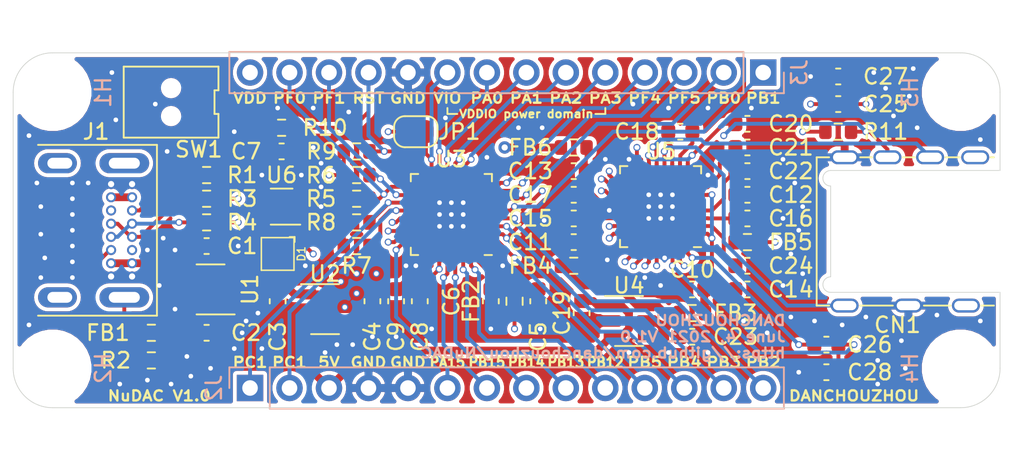
<source format=kicad_pcb>
(kicad_pcb (version 20211014) (generator pcbnew)
  (layers (0 "F.Cu" signal) (1 "In1.Cu" power) (2 "In2.Cu" mixed) (31 "B.Cu" signal) (34 "B.Paste" user) (35 "F.Paste" user) (36 "B.SilkS" user "B.Silkscreen") (37 "F.SilkS" user "F.Silkscreen") (38 "B.Mask" user) (39 "F.Mask" user) (44 "Edge.Cuts" user))
  (net 0 "")
  (net 1 "VBUS")
  (net 2 "GND")
  (net 3 "+5V")
  (net 4 "+3V3")
  (net 5 "/MCU/AVDD")
  (net 6 "nRESET")
  (net 7 "Net-(C9-Pad1)")
  (net 8 "/Codec/VDDA")
  (net 9 "/Codec/VDDC")
  (net 10 "/Codec/VDDMIC")
  (net 11 "/Codec/VDDB")
  (net 12 "Net-(C18-Pad2)")
  (net 13 "Net-(C18-Pad1)")
  (net 14 "Net-(C20-Pad1)")
  (net 15 "Net-(C21-Pad1)")
  (net 16 "Net-(C22-Pad1)")
  (net 17 "+1V8")
  (net 18 "Net-(C24-Pad1)")
  (net 19 "/Codec/MIC+")
  (net 20 "/Codec/JKSLV")
  (net 21 "/Codec/JKR2")
  (net 22 "/Codec/MIC-")
  (net 23 "/Codec/HPR")
  (net 24 "/Codec/JKDET")
  (net 25 "/Codec/HPL")
  (net 26 "Net-(FB1-Pad2)")
  (net 27 "Net-(J1-PadA5)")
  (net 28 "Net-(J1-PadA6)")
  (net 29 "Net-(J1-PadA7)")
  (net 30 "Net-(J1-PadA8)")
  (net 31 "Net-(J1-PadB8)")
  (net 32 "Net-(J1-PadB5)")
  (net 33 "I2S_DO")
  (net 34 "I2S_DI")
  (net 35 "I2S_MCLK")
  (net 36 "I2S_BCLK")
  (net 37 "PB12")
  (net 38 "PB13")
  (net 39 "PB14")
  (net 40 "PB15")
  (net 41 "PA15")
  (net 42 "I2C0_SDA")
  (net 43 "I2C0_SCL")
  (net 44 "I2S_LRCK")
  (net 45 "PB0")
  (net 46 "PF5")
  (net 47 "PF4")
  (net 48 "PA3")
  (net 49 "PA2")
  (net 50 "PA1")
  (net 51 "PA0")
  (net 52 "VDDIO")
  (net 53 "ICE_CLK")
  (net 54 "ICE_DAT")
  (net 55 "USB_DN")
  (net 56 "USB_DP")
  (net 57 "Net-(R10-Pad2)")
  (net 58 "Net-(U1-Pad3)")
  (net 59 "/MCU/X12O")
  (net 60 "/MCU/X12I")
  (net 61 "Net-(D1-Pad3)")
  (net 62 "Net-(D1-Pad1)")
  (net 63 "Net-(U6-Pad1)")
  (footprint "Capacitor_SMD:C_0603_1608Metric" (layer "F.Cu") (at 12.446 12.446)
    (fp_text reference "C1")
    (fp_text value "100nF")
  )
  (footprint "Capacitor_SMD:C_0603_1608Metric" (layer "F.Cu") (at 12.446 18.034 180)
    (fp_text reference "C2")
    (fp_text value "100uF")
  )
  (footprint "Capacitor_SMD:C_0603_1608Metric" (layer "F.Cu") (at 17.018 16.002 -90)
    (fp_text reference "C3")
    (fp_text value "2.2uF")
  )
  (footprint "Capacitor_SMD:C_0603_1608Metric" (layer "F.Cu") (at 23.114 16.002 -90)
    (fp_text reference "C4")
    (fp_text value "2.2uF")
  )
  (footprint "Capacitor_SMD:C_0603_1608Metric" (layer "F.Cu") (at 33.782 16.002 -90)
    (fp_text reference "C5")
    (fp_text value "1uF")
  )
  (footprint "Capacitor_SMD:C_0603_1608Metric" (layer "F.Cu") (at 30.734 16.002 -90)
    (fp_text reference "C6")
    (fp_text value "100nF")
  )
  (footprint "Capacitor_SMD:C_0603_1608Metric" (layer "F.Cu") (at 17.272 6.35 180)
    (fp_text reference "C7")
    (fp_text value "10uF")
  )
  (footprint "Capacitor_SMD:C_0603_1608Metric" (layer "F.Cu") (at 26.162 16.002 -90)
    (fp_text reference "C8")
    (fp_text value "10uF")
  )
  (footprint "Capacitor_SMD:C_0603_1608Metric" (layer "F.Cu") (at 24.638 16.002 -90)
    (fp_text reference "C9")
    (fp_text value "2.2uF")
  )
  (footprint "Capacitor_SMD:C_0603_1608Metric" (layer "F.Cu") (at 43.688 15.24 180)
    (fp_text reference "C10")
    (fp_text value "4.7uF")
  )
  (footprint "Capacitor_SMD:C_0603_1608Metric" (layer "F.Cu") (at 36.068 12.192 180)
    (fp_text reference "C11")
    (fp_text value "4.7uF")
  )
  (footprint "Capacitor_SMD:C_0603_1608Metric" (layer "F.Cu") (at 47.244 9.144)
    (fp_text reference "C12")
    (fp_text value "4.7uF")
  )
  (footprint "Capacitor_SMD:C_0603_1608Metric" (layer "F.Cu") (at 36.068 7.62 180)
    (fp_text reference "C13")
    (fp_text value "4.7uF")
  )
  (footprint "Capacitor_SMD:C_0603_1608Metric" (layer "F.Cu") (at 47.244 15.24)
    (fp_text reference "C14")
    (fp_text value "100nF")
  )
  (footprint "Capacitor_SMD:C_0603_1608Metric" (layer "F.Cu") (at 36.068 10.668 180)
    (fp_text reference "C15")
    (fp_text value "100nF")
  )
  (footprint "Capacitor_SMD:C_0603_1608Metric" (layer "F.Cu") (at 47.244 10.668)
    (fp_text reference "C16")
    (fp_text value "100nF")
  )
  (footprint "Capacitor_SMD:C_0603_1608Metric" (layer "F.Cu") (at 36.068 9.144 180)
    (fp_text reference "C17")
    (fp_text value "100nF")
  )
  (footprint "Capacitor_SMD:C_0603_1608Metric" (layer "F.Cu") (at 42.926 5.08 180)
    (fp_text reference "C18")
    (fp_text value "2.2uF")
  )
  (footprint "Capacitor_SMD:C_0603_1608Metric" (layer "F.Cu") (at 36.576 16.764 -90)
    (fp_text reference "C19")
    (fp_text value "2.2uF")
  )
  (footprint "Capacitor_SMD:C_0603_1608Metric" (layer "F.Cu") (at 47.244 4.572)
    (fp_text reference "C20")
    (fp_text value "2.2uF")
  )
  (footprint "Capacitor_SMD:C_0603_1608Metric" (layer "F.Cu") (at 47.244 6.096)
    (fp_text reference "C21")
    (fp_text value "2.2uF")
  )
  (footprint "Capacitor_SMD:C_0603_1608Metric" (layer "F.Cu") (at 47.244 7.62)
    (fp_text reference "C22")
    (fp_text value "4.7uF")
  )
  (footprint "Capacitor_SMD:C_0603_1608Metric" (layer "F.Cu") (at 43.688 18.288)
    (fp_text reference "C23")
    (fp_text value "2.2uF")
  )
  (footprint "Capacitor_SMD:C_0603_1608Metric" (layer "F.Cu") (at 47.244 13.716)
    (fp_text reference "C24")
    (fp_text value "4.7uF")
  )
  (footprint "Capacitor_SMD:C_0603_1608Metric" (layer "F.Cu") (at 52.324 18.796 180)
    (fp_text reference "C26")
    (fp_text value "4.7uF")
  )
  (footprint "Capacitor_SMD:C_0603_1608Metric" (layer "F.Cu") (at 53.086 1.524 180)
    (fp_text reference "C27")
    (fp_text value "1nF")
  )
  (footprint "Capacitor_SMD:C_0603_1608Metric" (layer "F.Cu") (at 52.324 20.574 180)
    (fp_text reference "C28")
    (fp_text value "1nF")
  )
  (footprint "2SJ3080-000111F:2SJ3080-000111F" (layer "F.Cu") (at 63.5 7.58 -90)
    (fp_text reference "CN1")
    (fp_text value "2SJ3080-000111F")
  )
  (footprint "Resistor_SMD:R_0603_1608Metric" (layer "F.Cu") (at 8.89 18.034 180)
    (fp_text reference "FB1")
    (fp_text value "bead")
  )
  (footprint "Resistor_SMD:R_0603_1608Metric" (layer "F.Cu") (at 32.258 16.002 -90)
    (fp_text reference "FB2")
    (fp_text value "bead")
  )
  (footprint "Resistor_SMD:R_0603_1608Metric" (layer "F.Cu") (at 43.688 16.764 180)
    (fp_text reference "FB3")
    (fp_text value "bead")
  )
  (footprint "Resistor_SMD:R_0603_1608Metric" (layer "F.Cu") (at 36.068 13.716 180)
    (fp_text reference "FB4")
    (fp_text value "bead")
  )
  (footprint "Resistor_SMD:R_0603_1608Metric" (layer "F.Cu") (at 47.244 12.192)
    (fp_text reference "FB5")
    (fp_text value "bead")
  )
  (footprint "Resistor_SMD:R_0603_1608Metric" (layer "F.Cu") (at 36.068 6.096 180)
    (fp_text reference "FB6")
    (fp_text value "bead")
  )
  (footprint "2137160001:2137160001" (layer "F.Cu") (at 0 11.43 -90)
    (fp_text reference "J1")
    (fp_text value "2137160001")
  )
  (footprint "Jumper:SolderJumper-2_P1.3mm_Open_RoundedPad1.0x1.5mm" (layer "F.Cu") (at 25.908 5.08)
    (fp_text reference "JP1")
    (fp_text value "SolderJumper_2_Open")
  )
  (footprint "Resistor_SMD:R_0603_1608Metric" (layer "F.Cu") (at 53.086 5.08 180)
    (fp_text reference "R11")
    (fp_text value "1M")
  )
  (footprint "PTS820:PTS820" (layer "F.Cu") (at 10.16 3.175 180)
    (fp_text reference "SW1")
    (fp_text value "PTS820")
  )
  (footprint "Package_TO_SOT_SMD:SOT-23-5" (layer "F.Cu") (at 12.7 15.24 180)
    (fp_text reference "U1")
    (fp_text value "TPS2065CDBVR-2")
  )
  (footprint "Package_TO_SOT_SMD:SOT-23-5" (layer "F.Cu") (at 20.066 16.51)
    (fp_text reference "U2")
    (fp_text value "MCP1812BT-033_OT")
  )
  (footprint "Package_DFN_QFN:VQFN-32-1EP_5x5mm_P0.5mm_EP3.5x3.5mm" (layer "F.Cu") (at 41.656 9.906 180)
    (fp_text reference "U5")
    (fp_text value "NAU88L25YGB")
  )
  (footprint "Resistor_SMD:R_0603_1608Metric" (layer "F.Cu") (at 12.446 7.874 180)
    (fp_text reference "R1")
    (fp_text value "5K1")
  )
  (footprint "Resistor_SMD:R_0603_1608Metric" (layer "F.Cu") (at 8.89 19.812 180)
    (fp_text reference "R2")
    (fp_text value "5K1")
  )
  (footprint "Resistor_SMD:R_0603_1608Metric" (layer "F.Cu") (at 12.446 9.398 180)
    (fp_text reference "R3")
    (fp_text value "33R")
  )
  (footprint "Resistor_SMD:R_0603_1608Metric" (layer "F.Cu") (at 12.446 10.922 180)
    (fp_text reference "R4")
    (fp_text value "33R")
  )
  (footprint "Resistor_SMD:R_0603_1608Metric" (layer "F.Cu") (at 22.098 9.398 180)
    (fp_text reference "R5")
    (fp_text value "100K")
  )
  (footprint "Resistor_SMD:R_0603_1608Metric" (layer "F.Cu") (at 22.098 7.874 180)
    (fp_text reference "R6")
    (fp_text value "100K")
  )
  (footprint "Resistor_SMD:R_0603_1608Metric" (layer "F.Cu") (at 22.098 12.446 180)
    (fp_text reference "R7")
    (fp_text value "4K7")
  )
  (footprint "Resistor_SMD:R_0603_1608Metric" (layer "F.Cu") (at 22.098 10.922 180)
    (fp_text reference "R8")
    (fp_text value "4K7")
  )
  (footprint "Resistor_SMD:R_0603_1608Metric" (layer "F.Cu") (at 22.098 6.35 180)
    (fp_text reference "R9")
    (fp_text value "10K")
  )
  (footprint "Resistor_SMD:R_0603_1608Metric" (layer "F.Cu") (at 17.272 4.826 180)
    (fp_text reference "R10")
    (fp_text value "68R")
  )
  (footprint "Capacitor_SMD:C_0603_1608Metric" (layer "F.Cu") (at 53.086 3.302 180)
    (fp_text reference "C25")
    (fp_text value "4.7uF")
  )
  (footprint "Package_TO_SOT_SMD:SOT-23-5" (layer "F.Cu") (at 39.624 17.272)
    (fp_text reference "U4")
    (fp_text value "MCP1812AT-018_OT")
  )
  (footprint "Package_DFN_QFN:VQFN-32-1EP_5x5mm_P0.5mm_EP3.5x3.5mm" (layer "F.Cu") (at 28.194 10.414 180)
    (fp_text reference "U3")
    (fp_text value "M482ZGCAE")
  )
  (footprint "APA-104-2020-5mA:APA-104-2020-5mA" (layer "F.Cu") (at 17.018 12.954 90)
    (fp_text reference "D1")
    (fp_text value "APA-104-2020-5mA")
  )
  (footprint "Package_TO_SOT_SMD:SOT-353_SC-70-5" (layer "F.Cu") (at 17.272 9.906 180)
    (fp_text reference "U6")
    (fp_text value "SN74LV1T34DCK")
  )
  (footprint "Connector_PinHeader_2.54mm:PinHeader_1x14_P2.54mm_Vertical" (layer "B.Cu") (at 15.24 21.59 -90)
    (fp_text reference "J2")
    (fp_text value "Conn_01x14")
  )
  (footprint "Connector_PinHeader_2.54mm:PinHeader_1x14_P2.54mm_Vertical" (layer "B.Cu") (at 48.26 1.27 90)
    (fp_text reference "J3")
    (fp_text value "Conn_01x14")
  )
  (footprint "MountingHole:MountingHole_2.7mm_M2.5_ISO7380" (layer "B.Cu") (at 2.54 2.54 -90)
    (fp_text reference "H1")
    (fp_text value "MountingHole")
  )
  (footprint "MountingHole:MountingHole_2.7mm_M2.5_ISO7380" (layer "B.Cu") (at 2.54 20.32 -90)
    (fp_text reference "H2")
    (fp_text value "MountingHole")
  )
  (footprint "MountingHole:MountingHole_2.7mm_M2.5_ISO7380" (layer "B.Cu") (at 60.96 2.54 -90)
    (fp_text reference "H3")
    (fp_text value "MountingHole")
  )
  (footprint "MountingHole:MountingHole_2.7mm_M2.5_ISO7380" (layer "B.Cu") (at 60.96 20.32 -90)
    (fp_text reference "H4")
    (fp_text value "MountingHole")
  )
  (gr_line (start 37.465 3.937) (end 38.1 3.937) (layer "F.SilkS") (width 0.12))
  (gr_line (start 38.1 3.556) (end 38.1 3.937) (layer "F.SilkS") (width 0.12))
  (gr_line (start 27.94 3.937) (end 28.575 3.937) (layer "F.SilkS") (width 0.12))
  (gr_line (start 27.94 3.937) (end 27.94 3.556) (layer "F.SilkS") (width 0.12))
  (gr_line (start 60.96 0) (end 2.54 0) (layer "Edge.Cuts") (width 0.05))
  (gr_line (start 0 2.54) (end 0 20.32) (layer "Edge.Cuts") (width 0.05))
  (gr_line (start 2.54 22.86) (end 60.96 22.86) (layer "Edge.Cuts") (width 0.05))
  (gr_line (start 63.5 20.32) (end 63.5 15.43) (layer "Edge.Cuts") (width 0.05))
  (gr_line (start 63.5 7.58) (end 63.5 2.54) (layer "Edge.Cuts") (width 0.05))
  (gr_arc (start 0 2.54) (mid 0.743949 0.743949) (end 2.54 0) (layer "Edge.Cuts") (width 0.05))
  (gr_arc (start 2.54 22.86) (mid 0.743949 22.116051) (end 0 20.32) (layer "Edge.Cuts") (width 0.05))
  (gr_arc (start 60.96 0) (mid 62.756051 0.743949) (end 63.5 2.54) (layer "Edge.Cuts") (width 0.05))
  (gr_arc (start 52.6 8.58) (mid 52.1 8.08) (end 52.6 7.58) (layer "Edge.Cuts") (width 0.05))
  (gr_line (start 63.5 15.43) (end 52.6 15.43) (layer "Edge.Cuts") (width 0.05))
  (gr_arc (start 52.6 15.43) (mid 52.1 14.93) (end 52.6 14.43) (layer "Edge.Cuts") (width 0.05))
  (gr_line (start 52.6 7.58) (end 63.5 7.58) (layer "Edge.Cuts") (width 0.05))
  (gr_line (start 52.6 14.43) (end 52.6 8.58) (layer "Edge.Cuts") (width 0.05))
  (gr_arc (start 63.5 20.32) (mid 62.756051 22.116051) (end 60.96 22.86) (layer "Edge.Cuts") (width 0.05))
  (gr_text "DANCHOUZHOU\nJune 4, 2021 V1.0\nhttps://github.com/danchouzhou/NuDAC" (at 49.784 18.288) (layer "B.SilkS") (effects (font (size 0.65 0.75)) (justify left mirror)))
  (gr_text "PF1" (at 20.32 2.921) (layer "F.SilkS") (effects (font (size 0.65 0.75))))
  (gr_text "RST" (at 22.86 2.921) (layer "F.SilkS") (effects (font (size 0.65 0.75))))
  (gr_text "GND" (at 25.4 2.921) (layer "F.SilkS") (effects (font (size 0.65 0.75))))
  (gr_text "VIO" (at 27.94 2.921) (layer "F.SilkS") (effects (font (size 0.65 0.75))))
  (gr_text "PA0" (at 30.48 2.921) (layer "F.SilkS") (effects (font (size 0.65 0.75))))
  (gr_text "PA1" (at 33.02 2.921) (layer "F.SilkS") (effects (font (size 0.65 0.75))))
  (gr_text "PA2" (at 35.56 2.921) (layer "F.SilkS") (effects (font (size 0.65 0.75))))
  (gr_text "PA3" (at 38.1 2.921) (layer "F.SilkS") (effects (font (size 0.65 0.75))))
  (gr_text "PF4" (at 40.64 2.921) (layer "F.SilkS") (effects (font (size 0.65 0.75))))
  (gr_text "PF5" (at 43.18 2.921) (layer "F.SilkS") (effects (font (size 0.65 0.75))))
  (gr_text "PB0" (at 45.72 2.921) (layer "F.SilkS") (effects (font (size 0.65 0.75))))
  (gr_text "PB1" (at 48.26 2.921) (layer "F.SilkS") (effects (font (size 0.65 0.75))))
  (gr_text "PC1" (at 15.24 19.939) (layer "F.SilkS") (effects (font (size 0.65 0.75))))
  (gr_text "PC1" (at 17.78 19.939) (layer "F.SilkS") (effects (font (size 0.65 0.75))))
  (gr_text "PA15" (at 27.94 19.939) (layer "F.SilkS") (effects (font (size 0.65 0.6))))
  (gr_text "PB15" (at 30.48 19.939) (layer "F.SilkS") (effects (font (size 0.65 0.6))))
  (gr_text "PB14" (at 33.02 19.939) (layer "F.SilkS") (effects (font (size 0.65 0.6))))
  (gr_text "PB13" (at 35.56 19.939) (layer "F.SilkS") (effects (font (size 0.65 0.6))))
  (gr_text "PB12" (at 38.1 19.939) (layer "F.SilkS") (effects (font (size 0.65 0.6))))
  (gr_text "PB5" (at 40.64 19.939) (layer "F.SilkS") (effects (font (size 0.65 0.75))))
  (gr_text "PB4" (at 43.18 19.939) (layer "F.SilkS") (effects (font (size 0.65 0.75))))
  (gr_text "PB3" (at 45.72 19.939) (layer "F.SilkS") (effects (font (size 0.65 0.75))))
  (gr_text "PB2" (at 48.26 19.939) (layer "F.SilkS") (effects (font (size 0.65 0.75))))
  (gr_text "DANCHOUZHOU" (at 54.102 22.098) (layer "F.SilkS") (effects (font (size 0.65 0.75))))
  (gr_text "PF0" (at 17.78 2.921) (layer "F.SilkS") (effects (font (size 0.65 0.75))))
  (gr_text "VDD" (at 15.24 2.921) (layer "F.SilkS") (effects (font (size 0.65 0.75))))
  (gr_text "NuDAC V1.0" (at 9.398 22.098) (layer "F.SilkS") (effects (font (size 0.65 0.75))))
  (gr_text "GND" (at 25.4 19.939) (layer "F.SilkS") (effects (font (size 0.65 0.75))))
  (gr_text "VDDIO power domain" (at 33.02 3.937) (layer "F.SilkS") (effects (font (size 0.5 0.55) (thickness 0.125))))
  (gr_text "5V" (at 20.32 19.939) (layer "F.SilkS") (effects (font (size 0.65 0.75))))
  (gr_text "GND" (at 22.86 19.939) (layer "F.SilkS") (effects (font (size 0.65 0.75))))
  (segment (start 6.3 13.555) (end 7.65 13.555) (width 0.5) (layer "F.Cu") (net 1))
  (segment (start 25.15 10.664) (end 25.146 10.668) (width 0.25) (layer "F.Cu") (net 1))
  (segment (start 10.48 14.29) (end 11.6 14.29) (width 0.5) (layer "F.Cu") (net 1))
  (segment (start 24.384 10.922) (end 24.638 10.922) (width 0.25) (layer "F.Cu") (net 1))
  (segment (start 6.3 9.305) (end 7.65 9.305) (width 0.5) (layer "F.Cu") (net 1))
  (segment (start 7.65 13.555) (end 9.745 13.555) (width 0.5) (layer "F.Cu") (net 1))
  (segment (start 11.671 13.475) (end 11.671 12.446) (width 0.5) (layer "F.Cu") (net 1))
  (segment (start 25.744 10.664) (end 25.15 10.664) (width 0.25) (layer "F.Cu") (net 1))
  (segment (start 9.745 13.555) (end 10.48 14.29) (width 0.5) (layer "F.Cu") (net 1))
  (segment (start 24.638 10.922) (end 24.892 10.668) (width 0.25) (layer "F.Cu") (net 1))
  (segment (start 11.6 14.29) (end 11.6 13.546) (width 0.5) (layer "F.Cu") (net 1))
  (segment (start 11.6 13.546) (end 11.671 13.475) (width 0.5) (layer "F.Cu") (net 1))
  (segment (start 11.6 14.29) (end 11.6 16.19) (width 0.5) (layer "F.Cu") (net 1))
  (segment (start 24.892 10.668) (end 25.146 10.668) (width 0.25) (layer "F.Cu") (net 1))
  (via (at 24.384 10.922) (size 0.45) (drill 0.3) (layers "F.Cu" "B.Cu") (net 1))
  (segment (start 39.906 7.14) (end 39.624 6.858) (width 0.25) (layer "F.Cu") (net 2))
  (segment (start 43.406 8.156) (end 41.656 9.906) (width 0.25) (layer "F.Cu") (net 2))
  (segment (start 39.906 7.456) (end 39.906 7.14) (width 0.25) (layer "F.Cu") (net 2))
  (segment (start 41.906 12.356) (end 41.906 10.156) (width 0.25) (layer "F.Cu") (net 2))
  (segment (start 41.906 12.356) (end 41.906 13.198) (width 0.25) (layer "F.Cu") (net 2))
  (segment (start 39.206 10.156) (end 41.406 10.156) (width 0.25) (layer "F.Cu") (net 2))
  (segment (start 39.906 7.456) (end 39.906 8.156) (width 0.25) (layer "F.Cu") (net 2))
  (segment (start 41.906 9.656) (end 41.656 9.906) (width 0.25) (layer "F.Cu") (net 2))
  (segment (start 41.406 10.156) (end 41.656 9.906) (width 0.25) (layer "F.Cu") (net 2))
  (segment (start 41.906 13.198) (end 41.916 13.208) (width 0.25) (layer "F.Cu") (net 2))
  (segment (start 26.444 12.864) (end 26.444 13.434) (width 0.25) (layer "F.Cu") (net 2))
  (segment (start 44.106 8.156) (end 43.406 8.156) (width 0.25) (layer "F.Cu") (net 2))
  (segment (start 41.906 10.156) (end 41.656 9.906) (width 0.25) (layer "F.Cu") (net 2))
  (segment (start 51.549 20.574) (end 50.546 20.574) (width 0.25) (layer "F.Cu") (net 2))
  (segment (start 38.602 10.146) (end 38.354 10.146) (width 0.25) (layer "F.Cu") (net 2))
  (segment (start 26.444 12.864) (end 26.444 12.164) (width 0.25) (layer "F.Cu") (net 2))
  (segment (start 44.106 8.156) (end 44.422 8.156) (width 0.25) (layer "F.Cu") (net 2))
  (segment (start 38.612 10.156) (end 38.602 10.146) (width 0.25) (layer "F.Cu") (net 2))
  (segment (start 39.906 8.156) (end 41.656 9.906) (width 0.25) (layer "F.Cu") (net 2))
  (segment (start 44.106 9.656) (end 41.906 9.656) (width 0.25) (layer "F.Cu") (net 2))
  (segment (start 44.422 8.156) (end 44.704 7.874) (width 0.25) (layer "F.Cu") (net 2))
  (segment (start 26.444 12.164) (end 28.194 10.414) (width 0.25) (layer "F.Cu") (net 2))
  (segment (start 26.444 13.434) (end 26.162 13.716) (width 0.25) (layer "F.Cu") (net 2))
  (segment (start 52.311 1.524) (end 51.308 1.524) (width 0.25) (layer "F.Cu") (net 2))
  (segment (start 39.206 10.156) (end 38.612 10.156) (width 0.25) (layer "F.Cu") (net 2))
  (via (at 28.194 9.652) (size 0.45) (drill 0.3) (layers "F.Cu" "B.Cu") (net 2))
  (via (at 28.956 9.652) (size 0.45) (drill 0.3) (layers "F.Cu" "B.Cu") (net 2))
  (via (at 28.956 10.414) (size 0.45) (drill 0.3) (layers "F.Cu" "B.Cu") (net 2))
  (via (at 28.194 10.414) (size 0.45) (drill 0.3) (layers "F.Cu" "B.Cu") (net 2))
  (via (at 27.432 10.414) (size 0.45) (drill 0.3) (layers "F.Cu" "B.Cu") (net 2))
  (via (at 27.432 11.176) (size 0.45) (drill 0.3) (layers "F.Cu" "B.Cu") (net 2))
  (via (at 28.194 11.176) (size 0.45) (drill 0.3) (layers "F.Cu" "B.Cu") (net 2))
  (via (at 28.956 11.176) (size 0.45) (drill 0.3) (layers "F.Cu" "B.Cu") (net 2))
  (via (at 40.894 9.906) (size 0.45) (drill 0.3) (layers "F.Cu" "B.Cu") (net 2))
  (via (at 40.894 9.144) (size 0.45) (drill 0.3) (layers "F.Cu" "B.Cu") (net 2))
  (via (at 41.656 9.144) (size 0.45) (drill 0.3) (layers "F.Cu" "B.Cu") (net 2))
  (via (at 42.418 9.144) (size 0.45) (drill 0.3) (layers "F.Cu" "B.Cu") (net 2))
  (via (at 40.894 10.668) (size 0.45) (drill 0.3) (layers "F.Cu" "B.Cu") (net 2))
  (via (at 41.656 9.906) (size 0.45) (drill 0.3) (layers "F.Cu" "B.Cu") (net 2))
  (via (at 42.418 10.668) (size 0.45) (drill 0.3) (layers "F.Cu" "B.Cu") (net 2))
  (via (at 42.418 9.906) (size 0.45) (drill 0.3) (layers "F.Cu" "B.Cu") (net 2))
  (via (at 41.656 10.668) (size 0.45) (drill 0.3) (layers "F.Cu" "B.Cu") (net 2))
  (via (at 59.436 16.891) (size 0.45) (drill 0.3) (layers "F.Cu" "B.Cu") (net 2))
  (via (at 50.8 9.906) (size 0.45) (drill 0.3) (layers "F.Cu" "B.Cu") (net 2))
  (via (at 62.23 17.272) (size 0.45) (drill 0.3) (layers "F.Cu" "B.Cu") (net 2))
  (via (at 39.624 19.304) (size 0.45) (drill 0.3) (layers "F.Cu" "B.Cu") (net 2))
  (via (at 57.658 2.794) (size 0.45) (drill 0.3) (layers "F.Cu" "B.Cu") (net 2))
  (via (at 19.812 7.112) (size 0.45) (drill 0.3) (layers "F.Cu" "B.Cu") (net 2))
  (via (at 48.514 18.034) (size 0.45) (drill 0.3) (layers "F.Cu" "B.Cu") (net 2))
  (via (at 33.909 17.78) (size 0.45) (drill 0.3) (layers "F.Cu" "B.Cu") (net 2))
  (via (at 14.732 18.034) (size 0.45) (drill 0.3) (layers "F.Cu" "B.Cu") (net 2))
  (via (at 11.176 19.558) (size 0.45) (drill 0.3) (layers "F.Cu" "B.Cu") (net 2))
  (via (at 30.734 17.78) (size 0.45) (drill 0.3) (layers "F.Cu" "B.Cu") (net 2))
  (via (at 51.562 17.272) (size 0.45) (drill 0.3) (layers "F.Cu" "B.Cu") (net 2))
  (via (at 55.626 21.336) (size 0.45) (drill 0.3) (layers "F.Cu" "B.Cu") (net 2))
  (via (at 19.304 6.096) (size 0.45) (drill 0.3) (layers "F.Cu" "B.Cu") (net 2))
  (via (at 18.796 13.716) (size 0.45) (drill 0.3) (layers "F.Cu" "B.Cu") (net 2))
  (via (at 3.81 12.446) (size 0.45) (drill 0.3) (layers "F.Cu" "B.Cu") (net 2))
  (via (at 27.813 4.191) (size 0.45) (drill 0.3) (layers "F.Cu" "B.Cu") (net 2))
  (via (at 6.858 21.336) (size 0.45) (drill 0.3) (layers "F.Cu" "B.Cu") (net 2))
  (via (at 55.372 1.27) (size 0.45) (drill 0.3) (layers "F.Cu" "B.Cu") (net 2))
  (via (at 14.478 12.446) (size 0.45) (drill 0.3) (layers "F.Cu" "B.Cu") (net 2))
  (via (at 56.642 4.064) (size 0.45) (drill 0.3) (layers "F.Cu" "B.Cu") (net 2))
  (via (at 57.404 20.32) (size 0.45) (drill 0.3) (layers "F.Cu" "B.Cu") (net 2))
  (via (at 19.812 9.906) (size 0.45) (drill 0.3) (layers "F.Cu" "B.Cu") (net 2))
  (via (at 44.704 19.304) (size 0.45) (drill 0.3) (layers "F.Cu" "B.Cu") (net 2))
  (via (at 3.81 9.398) (size 0.45) (drill 0.3) (layers "F.Cu" "B.Cu") (net 2))
  (via (at 54.864 17.018) (size 0.45) (drill 0.3) (layers "F.Cu" "B.Cu") (net 2))
  (via (at 25.273 13.716) (size 0.45) (drill 0.3) (layers "F.Cu" "B.Cu") (net 2))
  (via (at 56.134 2.286) (size 0.45) (drill 0.3) (layers "F.Cu" "B.Cu") (net 2))
  (via (at 3.81 8.382) (size 0.45) (drill 0.3) (layers "F.Cu" "B.Cu") (net 2))
  (via (at 38.354 10.146) (size 0.45) (drill 0.3) (layers "F.Cu" "B.Cu") (net 2))
  (via (at 41.656 14.986) (size 0.45) (drill 0.3) (layers "F.Cu" "B.Cu") (net 2))
  (via (at 53.34 17.526) (size 0.45) (drill 0.3) (layers "F.Cu" "B.Cu") (net 2))
  (via (at 19.304 3.556) (size 0.45) (drill 0.3) (layers "F.Cu" "B.Cu") (net 2))
  (via (at 50.546 20.574) (size 0.45) (drill 0.3) (layers "F.Cu" "B.Cu") (net 2))
  (via (at 1.778 14.478) (size 0.45) (drill 0.3) (layers "F.Cu" "B.Cu") (net 2))
  (via (at 9.144 3.302) (size 0.45) (drill 0.3) (layers "F.Cu" "B.Cu") (net 2))
  (via (at 9.906 6.35) (size 0.45) (drill 0.3) (layers "F.Cu" "B.Cu") (net 2))
  (via (at 1.524 8.382) (size 0.45) (drill 0.3) (layers "F.Cu" "B.Cu") (net 2))
  (via (at 21.59 3.81) (size 0.45) (drill 0.3) (layers "F.Cu" "B.Cu") (net 2))
  (via (at 14.224 19.05) (size 0.45) (drill 0.3) (layers "F.Cu" "B.Cu") (net 2))
  (via (at 30.48 6.731) (size 0.45) (drill 0.3) (layers "F.Cu" "B.Cu") (net 2))
  (via (at 12.7 20.32) (size 0.45) (drill 0.3) (layers "F.Cu" "B.Cu") (net 2))
  (via (at 50.038 12.954) (size 0.45) (drill 0.3) (layers "F.Cu" "B.Cu") (net 2))
  (via (at 6.604 4.318) (size 0.45) (drill 0.3) (layers "F.Cu" "B.Cu") (net 2))
  (via (at 50.8 14.224) (size 0.45) (drill 0.3) (layers "F.Cu" "B.Cu") (net 2))
  (via (at 58.166 4.826) (size 0.45) (drill 0.3) (layers "F.Cu" "B.Cu") (net 2))
  (via (at 14.986 17.272) (size 0.45) (drill 0.3) (layers "F.Cu" "B.Cu") (net 2))
  (via (at 3.81 11.43) (size 0.45) (drill 0.3) (layers "F.Cu" "B.Cu") (net 2))
  (via (at 15.748 16.764) (size 0.45) (drill 0.3) (layers "F.Cu" "B.Cu") (net 2))
  (via (at 39.878 3.302) (size 0.45) (drill 0.3) (layers "F.Cu" "B.Cu") (net 2))
  (via (at 21.844 18.796) (size 0.45) (drill 0.3) (layers "F.Cu" "B.Cu") (net 2))
  (via (at 62.23 5.588) (size 0.45) (drill 0.3) (layers "F.Cu" "B.Cu") (net 2))
  (via (at 1.016 17.526) (size 0.45) (drill 0.3) (layers "F.Cu" "B.Cu") (net 2))
  (via (at 41.916 13.208) (size 0.45) (drill 0.3) (layers "F.Cu" "B.Cu") (net 2))
  (via (at 57.912 1.016) (size 0.45) (drill 0.3) (layers "F.Cu" "B.Cu") (net 2))
  (via (at 3.81 14.478) (size 0.45) (drill 0.3) (layers "F.Cu" "B.Cu") (net 2))
  (via (at 47.498 3.556) (size 0.45) (drill 0.3) (layers "F.Cu" "B.Cu") (net 2))
  (via (at 6.35 1.27) (size 0.45) (drill 0.3) (layers "F.Cu" "B.Cu") (net 2))
  (via (at 16.002 19.05) (size 0.45) (drill 0.3) (layers "F.Cu" "B.Cu") (net 2))
  (via (at 27.432 9.652) (size 0.45) (drill 0.3) (layers "F.Cu" "B.Cu") (net 2))
  (via (at 49.53 10.668) (size 0.45) (drill 0.3) (layers "F.Cu" "B.Cu") (net 2))
  (via (at 51.308 1.524) (size 0.45) (drill 0.3) (layers "F.Cu" "B.Cu") (net 2))
  (via (at 10.414 16.51) (size 0.45) (drill 0.3) (layers "F.Cu" "B.Cu") (net 2))
  (via (at 50.292 8.382) (size 0.45) (drill 0.3) (layers "F.Cu" "B.Cu") (net 2))
  (via (at 8.636 12.7) (size 0.45) (drill 0.3) (layers "F.Cu" "B.Cu") (net 2))
  (via (at 32.512 4.826) (size 0.45) (drill 0.3) (layers "F.Cu" "B.Cu") (net 2))
  (via (at 20.828 18.796) (size 0.45) (drill 0.3) (layers "F.Cu" "B.Cu") (net 2))
  (via (at 49.53 6.858) (size 0.45) (drill 0.3) (layers "F.Cu" "B.Cu") (net 2))
  (via (at 44.704 7.874) (size 0.45) (drill 0.3) (layers "F.Cu" "B.Cu") (net 2))
  (via (at 24.638 18.288) (size 0.45) (drill 0.3) (layers "F.Cu" "B.Cu") (net 2))
  (via (at 8.636 21.082) (size 0.45) (drill 0.3) (layers "F.Cu" "B.Cu") (net 2))
  (via (at 31.496 13.716) (size 0.45) (drill 0.3) (layers "F.Cu" "B.Cu") (net 2))
  (via (at 4.826 8.382) (size 0.45) (drill 0.3) (layers "F.Cu" "B.Cu") (net 2))
  (via (at 42.164 3.556) (size 0.45) (drill 0.3) (layers "F.Cu" "B.Cu") (net 2))
  (via (at 10.414 12.7) (size 0.45) (drill 0.3) (layers "F.Cu" "B.Cu") (net 2))
  (via (at 10.16 21.336) (size 0.45) (drill 0.3) (layers "F.Cu" "B.Cu") (net 2))
  (via (at 46.99 17.272) (size 0.45) (drill 0.3) (layers "F.Cu" "B.Cu") (net 2))
  (via (at 50.038 17.018) (size 0.45) (drill 0.3) (layers "F.Cu" "B.Cu") (net 2))
  (via (at 20.066 19.304) (size 0.45) (drill 0.3) (layers "F.Cu" "B.Cu") (net 2))
  (via (at 23.114 18.288) (size 0.45) (drill 0.3) (layers "F.Cu" "B.Cu") (net 2))
  (via (at 34.163 10.795) (size 0.45) (drill 0.3) (layers "F.Cu" "B.Cu") (net 2))
  (via (at 3.81 10.414) (size 0.45) (drill 0.3) (layers "F.Cu" "B.Cu") (net 2))
  (via (at 44.704 3.556) (size 0.45) (drill 0.3) (layers "F.Cu" "B.Cu") (net 2))
  (via (at 1.778 11.684) (size 0.45) (drill 0.3) (layers "F.Cu" "B.Cu") (net 2))
  (via (at 50.546 11.43) (size 0.45) (drill 0.3) (layers "F.Cu" "B.Cu") (net 2))
  (via (at 55.626 19.812) (size 0.45) (drill 0.3) (layers "F.Cu" "B.Cu") (net 2))
  (via (at 9.398 14.986) (size 0.45) (drill 0.3) (layers "F.Cu" "B.Cu") (net 2))
  (via (at 34.036 4.826) (size 0.45) (drill 0.3) (layers "F.Cu" "B.Cu") (net 2))
  (via (at 16.002 7.874) (size 0.45) (drill 0.3) (layers "F.Cu" "B.Cu") (net 2))
  (via (at 38.227 13.335) (size 0.45) (drill 0.3) (layers "F.Cu" "B.Cu") (net 2))
  (via (at 11.43 20.828) (size 0.45) (drill 0.3) (layers "F.Cu" "B.Cu") (net 2))
  (via (at 14.224 5.08) (size 0.45) (drill 0.3) (layers "F.Cu" "B.Cu") (net 2))
  (via (at 2.032 13.208) (size 0.45) (drill 0.3) (layers "F.Cu" "B.Cu") (net 2))
  (via (at 40.64 14.478) (size 0.45) (drill 0.3) (layers "F.Cu" "B.Cu") (net 2))
  (via (at 1.016 5.334) (size 0.45) (drill 0.3) (layers "F.Cu" "B.Cu") (net 2))
  (via (at 3.81 13.462) (size 0.45) (drill 0.3) (layers "F.Cu" "B.Cu") (net 2))
  (via (at 19.812 8.636) (size 0.45) (drill 0.3) (layers "F.Cu" "B.Cu") (net 2))
  (via (at 57.15 18.542) (size 0.45) (drill 0.3) (layers "F.Cu" "B.Cu") (net 2))
  (via (at 17.018 3.556) (size 0.45) (drill 0.3) (layers "F.Cu" "B.Cu") (net 2))
  (via (at 49.53 14.986) (size 0.45) (drill 0.3) (layers "F.Cu" "B.Cu") (net 2))
  (via (at 9.652 11.938) (size 0.45) (drill 0.3) (layers "F.Cu" "B.Cu") (net 2))
  (via (at 39.624 6.858) (size 0.45) (drill 0.3) (layers "F.Cu" "B.Cu") (net 2))
  (via (at 38.1 6.858) (size 0.45) (drill 0.3) (layers "F.Cu" "B.Cu") (net 2))
  (via (at 26.924 17.78) (size 0.45) (drill 0.3) (layers "F.Cu" "B.Cu") (net 2))
  (via (at 42.164 19.304) (size 0.45) (drill 0.3) (layers "F.Cu" "B.Cu") (net 2))
  (via (at 1.778 9.906) (size 0.45) (drill 0.3) (layers "F.Cu" "B.Cu") (net 2))
  (via (at 18.542 7.874) (size 0.45) (drill 0.3) (layers "F.Cu" "B.Cu") (net 2))
  (via (at 25.908 13.716) (size 0.45) (drill 0.3) (layers "F.Cu" "B.Cu") (net 2))
  (segment (start 39.167002 18.222) (end 38.524 18.222) (width 0.5) (layer "F.Cu") (net 3))
  (segment (start 19.609002 15.56) (end 20.066 16.016998) (width 0.5) (layer "F.Cu") (net 3))
  (segment (start 39.624 16.778998) (end 39.624 17.765002) (width 0.5) (layer "F.Cu") (net 3))
  (segment (start 16.428 11.856) (end 16.322 11.75) (width 0.25) (layer "F.Cu") (net 3))
  (segment (start 37.325 15.989) (end 37.658 16.322) (width 0.5) (layer "F.Cu") (net 3))
  (segment (start 16.015 15.227) (end 17.018 15.227) (width 0.5) (layer "F.Cu") (net 3))
  (segment (start 17.767 15.227) (end 18.1 15.56) (width 0.5) (layer "F.Cu") (net 3))
  (segment (start 39.167002 16.322) (end 39.624 16.778998) (width 0.5) (layer "F.Cu") (net 3))
  (segment (start 16.428 12.364) (end 16.428 11.856) (width 0.25) (layer "F.Cu") (net 3))
  (segment (start 38.524 16.322) (end 39.167002 16.322) (width 0.5) (layer "F.Cu") (net 3))
  (segment (start 37.569 19.177) (end 38.524 18.222) (width 0.5) (layer "F.Cu") (net 3))
  (segment (start 18.966 17.46) (end 18.966 20.236) (width 0.5) (layer "F.Cu") (net 3))
  (segment (start 20.066 17.003002) (end 19.609002 17.46) (width 0.5) (layer "F.Cu") (net 3))
  (segment (start 39.624 17.765002) (end 39.167002 18.222) (width 0.5) (layer "F.Cu") (net 3))
  (segment (start 13.221 17.513) (end 13.221 18.034) (width 0.5) (layer "F.Cu") (net 3))
  (segment (start 15.052 16.19) (end 16.015 15.227) (width 0.5) (layer "F.Cu") (net 3))
  (segment (start 16.428 12.364) (end 15.83 12.364) (width 0.5) (layer "F.Cu") (net 3))
  (segment (start 37.658 16.322) (end 38.524 16.322) (width 0.5) (layer "F.Cu") (net 3))
  (segment (start 17.018 15.227) (end 17.767 15.227) (width 0.5) (layer "F.Cu") (net 3))
  (segment (start 13.8 16.934) (end 13.221 17.513) (width 0.5) (layer "F.Cu") (net 3))
  (segment (start 13.8 16.19) (end 13.8 16.934) (width 0.5) (layer "F.Cu") (net 3))
  (segment (start 18.966 15.56) (end 19.609002 15.56) (width 0.5) (layer "F.Cu") (net 3))
  (segment (start 18.966 20.236) (end 20.32 21.59) (width 0.5) (layer "F.Cu") (net 3))
  (segment (start 15.83 12.364) (end 15.494 12.7) (width 0.5) (layer "F.Cu") (net 3))
  (segment (start 16.322 11.75) (end 16.322 10.556) (width 0.25) (layer "F.Cu") (net 3))
  (segment (start 36.576 15.989) (end 37.325 15.989) (width 0.5) (layer "F.Cu") (net 3))
  (segment (start 15.494 14.706) (end 16.015 15.227) (width 0.5) (layer "F.Cu") (net 3))
  (segment (start 18.1 15.56) (end 18.966 15.56) (width 0.5) (layer "F.Cu") (net 3))
  (segment (start 20.32 21.59) (end 22.733 19.177) (width 0.5) (layer "F.Cu") (net 3))
  (segment (start 13.8 16.19) (end 15.052 16.19) (width 0.5) (layer "F.Cu") (net 3))
  (segment (start 20.066 16.016998) (end 20.066 17.003002) (width 0.5) (layer "F.Cu") (net 3))
  (segment (start 15.494 12.7) (end 15.494 14.706) (width 0.5) (layer "F.Cu") (net 3))
  (segment (start 19.609002 17.46) (end 18.966 17.46) (width 0.5) (layer "F.Cu") (net 3))
  (segment (start 22.733 19.177) (end 37.569 19.177) (width 0.5) (layer "F.Cu") (net 3))
  (segment (start 21.273 7.874) (end 21.273 9.398) (width 0.25) (layer "F.Cu") (net 4))
  (segment (start 21.273 7.874) (end 20.32 7.874) (width 0.25) (layer "F.Cu") (net 4))
  (segment (start 26.162 15.227) (end 26.162 15.183597) (width 0.25) (layer "F.Cu") (net 4))
  (segment (start 21.273 10.922) (end 21.273 12.446) (width 0.25) (layer "F.Cu") (net 4))
  (segment (start 32.258 16.827) (end 32.258 17.78) (width 0.25) (layer "F.Cu") (net 4))
  (segment (start 27.413199 13.480801) (end 27.413199 13.932398) (width 0.25) (layer "F.Cu") (net 4))
  (segment (start 27.444 12.864) (end 27.444 13.45) (width 0.25) (layer "F.Cu") (net 4))
  (segment (start 35.243 6.096) (end 31.623 6.096) (width 0.5) (layer "F.Cu") (net 4))
  (segment (start 21.273 9.398) (end 21.273 10.922) (width 0.25) (layer "F.Cu") (net 4))
  (segment (start 25.258 5.08) (end 24.13 5.08) (width 0.25) (layer "F.Cu") (net 4))
  (segment (start 26.162 15.183597) (end 27.413199 13.932398) (width 0.25) (layer "F.Cu") (net 4))
  (segment (start 27.444 13.45) (end 27.413199 13.480801) (width 0.25) (layer "F.Cu") (net 4))
  (segment (start 48.069 12.192) (end 49.022 12.192) (width 0.25) (layer "F.Cu") (net 4))
  (segment (start 21.273 6.35) (end 21.273 7.874) (width 0.25) (layer "F.Cu") (net 4))
  (via (at 32.258 17.78) (size 0.45) (drill 0.3) (layers "F.Cu" "B.Cu") (net 4))
  (via (at 49.022 12.192) (size 0.45) (drill 0.3) (layers "F.Cu" "B.Cu") (net 4))
  (via (at 23.368 14.224) (size 0.45) (drill 0.3) (layers "F.Cu" "B.Cu") (net 4))
  (via (at 21.082 14.732) (size 0.45) (drill 0.3) (layers "F.Cu" "B.Cu") (net 4))
  (via (at 22.098 14.224) (size 0.45) (drill 0.3) (layers "F.Cu" "B.Cu") (net 4))
  (via (at 31.623 6.096) (size 0.8) (drill 0.4) (layers "F.Cu" "B.Cu") (net 4))
  (via (at 21.336 16.383) (size 0.45) (drill 0.3) (layers "F.Cu" "B.Cu") (net 4))
  (via (at 24.13 5.08) (size 0.45) (drill 0.3) (layers "F.Cu" "B.Cu") (net 4))
  (via (at 20.32 7.874) (size 0.45) (drill 0.3) (layers "F.Cu" "B.Cu") (net 4))
  (via (at 22.098 15.494) (size 0.45) (drill 0.3) (layers "F.Cu" "B.Cu") (net 4))
  (via (at 27.413199 13.932398) (size 0.45) (drill 0.3) (layers "F.Cu" "B.Cu") (net 4))
  (segment (start 31.533 15.177) (end 32.258 15.177) (width 0.25) (layer "F.Cu") (net 5))
  (segment (start 29.944 12.864) (end 29.944 13.459999) (width 0.25) (layer "F.Cu") (net 5))
  (segment (start 33.007 15.227) (end 33.782 15.227) (width 0.25) (layer "F.Cu") (net 5))
  (segment (start 29.944 13.459999) (end 30.734 14.249999) (width 0.25) (layer "F.Cu") (net 5))
  (segment (start 30.734 15.227) (end 31.483 15.227) (width 0.25) (layer "F.Cu") (net 5))
  (segment (start 31.483 15.227) (end 31.533 15.177) (width 0.25) (layer "F.Cu") (net 5))
  (segment (start 32.258 15.177) (end 32.957 15.177) (width 0.25) (layer "F.Cu") (net 5))
  (segment (start 30.734 14.249999) (end 30.734 15.227) (width 0.25) (layer "F.Cu") (net 5))
  (segment (start 32.957 15.177) (end 33.007 15.227) (width 0.25) (layer "F.Cu") (net 5))
  (segment (start 25.4 6.35) (end 23.876 6.35) (width 0.25) (layer "F.Cu") (net 6))
  (segment (start 22.86 1.27) (end 22.86 3.81) (width 0.25) (layer "F.Cu") (net 6))
  (segment (start 26.444 7.394) (end 25.4 6.35) (width 0.25) (layer "F.Cu") (net 6))
  (segment (start 22.86 3.81) (end 21.844 4.826) (width 0.25) (layer "F.Cu") (net 6))
  (segment (start 21.844 4.826) (end 18.097 4.826) (width 0.25) (layer "F.Cu") (net 6))
  (segment (start 22.923 6.35) (end 23.876 6.35) (width 0.25) (layer "F.Cu") (net 6))
  (segment (start 18.047 5.575) (end 18.047 6.35) (width 0.25) (layer "F.Cu") (net 6))
  (segment (start 26.444 7.964) (end 26.444 7.394) (width 0.25) (layer "F.Cu") (net 6))
  (segment (start 18.097 4.826) (end 18.097 5.525) (width 0.25) (layer "F.Cu") (net 6))
  (segment (start 18.097 5.525) (end 18.047 5.575) (width 0.25) (layer "F.Cu") (net 6))
  (via (at 23.876 6.35) (size 0.45) (drill 0.3) (layers "F.Cu" "B.Cu") (net 6))
  (segment (start 22.86 1.27) (end 22.86 5.334) (width 0.25) (layer "B.Cu") (net 6))
  (segment (start 22.86 5.334) (end 23.876 6.35) (width 0.25) (layer "B.Cu") (net 6))
  (segment (start 26.944 12.864) (end 26.944 13.442) (width 0.25) (layer "F.Cu") (net 7))
  (segment (start 25.387 14.478) (end 24.638 15.227) (width 0.25) (layer "F.Cu") (net 7))
  (segment (start 26.162 14.478) (end 25.387 14.478) (width 0.25) (layer "F.Cu") (net 7))
  (segment (start 26.924 13.716) (end 26.162 14.478) (width 0.25) (layer "F.Cu") (net 7))
  (segment (start 26.924 13.462) (end 26.924 13.716) (width 0.25) (layer "F.Cu") (net 7))
  (segment (start 26.944 13.442) (end 26.924 13.462) (width 0.25) (layer "F.Cu") (net 7))
  (segment (start 45.466 14.732) (end 45.466 15.24) (width 0.25) (layer "F.Cu") (net 8))
  (segment (start 44.106 9.156) (end 44.692 9.156) (width 0.25) (layer "F.Cu") (net 8))
  (segment (start 44.958 14.224) (end 45.466 14.732) (width 0.25) (layer "F.Cu") (net 8))
  (segment (start 44.958 11.938) (end 44.958 14.224) (width 0.25) (layer "F.Cu") (net 8))
  (segment (start 44.704 9.144) (end 44.958 9.144) (width 0.25) (layer "F.Cu") (net 8))
  (segment (start 44.513 16.065) (end 44.463 16.015) (width 0.5) (layer "F.Cu") (net 8))
  (segment (start 45.466 15.24) (end 44.463 15.24) (width 0.5) (layer "F.Cu") (net 8))
  (segment (start 44.676 11.656) (end 44.958 11.938) (width 0.25) (layer "F.Cu") (net 8))
  (segment (start 46.469 15.24) (end 45.466 15.24) (width 0.5) (layer "F.Cu") (net 8))
  (segment (start 44.463 16.015) (end 44.463 15.24) (width 0.5) (layer "F.Cu") (net 8))
  (segment (start 44.692 9.156) (end 44.704 9.144) (width 0.25) (layer "F.Cu") (net 8))
  (segment (start 44.106 11.656) (end 44.676 11.656) (width 0.25) (layer "F.Cu") (net 8))
  (segment (start 44.513 16.764) (end 44.513 16.065) (width 0.5) (layer "F.Cu") (net 8))
  (segment (start 52.261 5.08) (end 50.798 5.08) (width 0.25) (layer "F.Cu") (net 8))
  (via (at 50.798 5.08) (size 0.45) (drill 0.3) (layers "F.Cu" "B.Cu") (net 8))
  (via (at 44.958 11.938) (size 0.45) (drill 0.3) (layers "F.Cu" "B.Cu") (net 8))
  (via (at 44.958 9.144) (size 0.45) (drill 0.3) (layers "F.Cu" "B.Cu") (net 8))
  (segment (start 44.958 9.144) (end 44.958 11.938) (width 0.25) (layer "B.Cu") (net 8))
  (segment (start 36.855 10.656) (end 36.843 10.668) (width 0.25) (layer "F.Cu") (net 9))
  (segment (start 36.893 13.017) (end 36.843 12.967) (width 0.25) (layer "F.Cu") (net 9))
  (segment (start 36.843 12.192) (end 36.843 10.668) (width 0.25) (layer "F.Cu") (net 9))
  (segment (start 36.893 13.716) (end 36.893 13.017) (width 0.25) (layer "F.Cu") (net 9))
  (segment (start 36.843 12.967) (end 36.843 12.192) (width 0.25) (layer "F.Cu") (net 9))
  (segment (start 39.206 10.656) (end 36.855 10.656) (width 0.25) (layer "F.Cu") (net 9))
  (segment (start 44.106 10.656) (end 44.692 10.656) (width 0.25) (layer "F.Cu") (net 10))
  (segment (start 46.469 9.144) (end 46.469 10.668) (width 0.25) (layer "F.Cu") (net 10))
  (segment (start 46.469 10.668) (end 46.469 11.417) (width 0.25) (layer "F.Cu") (net 10))
  (segment (start 46.469 11.417) (end 46.419 11.467) (width 0.25) (layer "F.Cu") (net 10))
  (segment (start 46.419 11.467) (end 46.419 12.192) (width 0.25) (layer "F.Cu") (net 10))
  (segment (start 44.692 10.656) (end 44.704 10.668) (width 0.25) (layer "F.Cu") (net 10))
  (segment (start 44.704 10.668) (end 46.469 10.668) (width 0.25) (layer "F.Cu") (net 10))
  (segment (start 38.612 9.656) (end 39.206 9.656) (width 0.25) (layer "F.Cu") (net 11))
  (segment (start 37.76001 9.56601) (end 38.52201 9.56601) (width 0.25) (layer "F.Cu") (net 11))
  (segment (start 36.893 6.795) (end 36.843 6.845) (width 0.25) (layer "F.Cu") (net 11))
  (segment (start 36.843 6.845) (end 36.843 7.62) (width 0.25) (layer "F.Cu") (net 11))
  (segment (start 36.843 7.62) (end 36.843 9.144) (width 0.25) (layer "F.Cu") (net 11))
  (segment (start 37.338 9.144) (end 37.76001 9.56601) (width 0.25) (layer "F.Cu") (net 11))
  (segment (start 36.893 6.096) (end 36.893 6.795) (width 0.25) (layer "F.Cu") (net 11))
  (segment (start 38.52201 9.56601) (end 38.612 9.656) (width 0.25) (layer "F.Cu") (net 11))
  (segment (start 37.338 9.144) (end 36.843 9.144) (width 0.25) (layer "F.Cu") (net 11))
  (segment (start 42.151 5.829) (end 42.151 5.08) (width 0.25) (layer "F.Cu") (net 12))
  (segment (start 42.406 7.456) (end 42.406 6.87) (width 0.25) (layer "F.Cu") (net 12))
  (segment (start 42.406 6.87) (end 42.418 6.858) (width 0.25) (layer "F.Cu") (net 12))
  (segment (start 42.418 6.096) (end 42.151 5.829) (width 0.25) (layer "F.Cu") (net 12))
  (segment (start 42.418 6.858) (end 42.418 6.096) (width 0.25) (layer "F.Cu") (net 12))
  (segment (start 42.926 6.858) (end 42.926 6.604) (width 0.25) (layer "F.Cu") (net 13))
  (segment (start 43.701 5.829) (end 43.701 5.08) (width 0.25) (layer "F.Cu") (net 13))
  (segment (start 42.906 7.456) (end 42.906 6.878) (width 0.25) (layer "F.Cu") (net 13))
  (segment (start 42.926 6.604) (end 43.701 5.829) (width 0.25) (layer "F.Cu") (net 13))
  (segment (start 42.906 6.878) (end 42.926 6.858) (width 0.25) (layer "F.Cu") (net 13))
  (segment (start 40.875999 6.839999) (end 40.875999 6.604) (width 0.25) (layer "F.Cu") (net 14))
  (segment (start 45.72 4.572) (end 43.688 6.604) (width 0.25) (layer "F.Cu") (net 14))
  (segment (start 43.406 6.886) (end 43.688 6.604) (width 0.25) (layer "F.Cu") (net 14))
  (segment (start 40.906 7.456) (end 40.906 6.87) (width 0.25) (layer "F.Cu") (net 14))
  (segment (start 46.469 4.572) (end 45.72 4.572) (width 0.25) (layer "F.Cu") (net 14))
  (segment (start 40.906 6.87) (end 40.875999 6.839999) (width 0.25) (layer "F.Cu") (net 14))
  (segment (start 43.406 7.456) (end 43.406 6.886) (width 0.25) (layer "F.Cu") (net 14))
  (via (at 40.875999 6.604) (size 0.45) (drill 0.3) (layers "F.Cu" "B.Cu") (net 14))
  (via (at 43.688 6.604) (size 0.45) (drill 0.3) (layers "F.Cu" "B.Cu") (net 14))
  (segment (start 43.429989 6.862011) (end 43.688 6.604) (width 0.25) (layer "B.Cu") (net 14))
  (segment (start 41.13401 6.862011) (end 43.429989 6.862011) (width 0.25) (layer "B.Cu") (net 14))
  (segment (start 40.875999 6.604) (end 41.13401 6.862011) (width 0.25) (layer "B.Cu") (net 14))
  (segment (start 44.106 8.656) (end 44.684 8.656) (width 0.25) (layer "F.Cu") (net 15))
  (segment (start 45.466 7.099) (end 46.469 6.096) (width 0.25) (layer "F.Cu") (net 15))
  (segment (start 44.684 8.656) (end 45.466 7.874) (width 0.25) (layer "F.Cu") (net 15))
  (segment (start 45.466 7.874) (end 45.466 7.099) (width 0.25) (layer "F.Cu") (net 15))
  (segment (start 45.73399 9.38401) (end 45.73399 8.35501) (width 0.25) (layer "F.Cu") (net 16))
  (segment (start 44.962 10.156) (end 45.73399 9.38401) (width 0.25) (layer "F.Cu") (net 16))
  (segment (start 45.73399 8.35501) (end 46.469 7.62) (width 0.25) (layer "F.Cu") (net 16))
  (segment (start 44.106 10.156) (end 44.962 10.156) (width 0.25) (layer "F.Cu") (net 16))
  (segment (start 42.863 17.463) (end 42.913 17.513) (width 0.5) (layer "F.Cu") (net 17))
  (segment (start 38.862 14.986) (end 36.513 14.986) (width 0.5) (layer "F.Cu") (net 17))
  (segment (start 41.468 16.322) (end 41.91 16.764) (width 0.5) (layer "F.Cu") (net 17))
  (segment (start 36.513 14.986) (end 35.243 13.716) (width 0.5) (layer "F.Cu") (net 17))
  (segment (start 42.863 16.764) (end 42.863 17.463) (width 0.5) (layer "F.Cu") (net 17))
  (segment (start 40.724 16.322) (end 40.198 16.322) (width 0.5) (layer "F.Cu") (net 17))
  (segment (start 40.198 16.322) (end 38.862 14.986) (width 0.5) (layer "F.Cu") (net 17))
  (segment (start 40.724 16.322) (end 41.468 16.322) (width 0.5) (layer "F.Cu") (net 17))
  (segment (start 42.913 17.513) (end 42.913 18.288) (width 0.5) (layer "F.Cu") (net 17))
  (segment (start 41.91 16.764) (end 42.863 16.764) (width 0.5) (layer "F.Cu") (net 17))
  (segment (start 46.228 13.716) (end 46.469 13.716) (width 0.25) (layer "F.Cu") (net 18))
  (segment (start 44.938 11.156) (end 45.72 11.938) (width 0.25) (layer "F.Cu") (net 18))
  (segment (start 44.106 11.156) (end 44.938 11.156) (width 0.25) (layer "F.Cu") (net 18))
  (segment (start 45.72 13.208) (end 46.228 13.716) (width 0.25) (layer "F.Cu") (net 18))
  (segment (start 45.72 11.938) (end 45.72 13.208) (width 0.25) (layer "F.Cu") (net 18))
  (segment (start 52.311 3.302) (end 51.308 3.302) (width 0.25) (layer "F.Cu") (net 19))
  (segment (start 42.906 12.356) (end 42.906 13.442) (width 0.25) (layer "F.Cu") (net 19))
  (segment (start 42.906 13.442) (end 43.18 13.716) (width 0.25) (layer "F.Cu") (net 19))
  (via (at 43.18 13.716) (size 0.45) (drill 0.3) (layers "F.Cu" "B.Cu") (net 19))
  (via (at 51.308 3.302) (size 0.45) (drill 0.3) (layers "F.Cu" "B.Cu") (net 19))
  (segment (start 41.406 13.712) (end 41.402 13.716) (width 0.25) (layer "F.Cu") (net 20))
  (segment (start 53.861 1.524) (end 53.861 3.302) (width 0.25) (layer "F.Cu") (net 20))
  (segment (start 53.861 3.302) (end 54.864 3.302) (width 0.25) (layer "F.Cu") (net 20))
  (segment (start 41.406 12.356) (end 41.406 13.712) (width 0.25) (layer "F.Cu") (net 20))
  (via (at 41.402 13.716) (size 0.45) (drill 0.3) (layers "F.Cu" "B.Cu") (net 20))
  (via (at 54.864 3.302) (size 0.45) (drill 0.3) (layers "F.Cu" "B.Cu") (net 20))
  (segment (start 42.406 12.756) (end 42.426001 12.776001) (width 0.25) (layer "F.Cu") (net 21))
  (segment (start 53.099 18.796) (end 54.102 18.796) (width 0.25) (layer "F.Cu") (net 21))
  (segment (start 42.426001 12.776001) (end 42.426001 13.707999) (width 0.25) (layer "F.Cu") (net 21))
  (segment (start 53.099 18.796) (end 53.099 20.574) (width 0.25) (layer "F.Cu") (net 21))
  (segment (start 42.406 12.356) (end 42.406 12.756) (width 0.25) (layer "F.Cu") (net 21))
  (segment (start 42.426001 13.707999) (end 42.418 13.716) (width 0.25) (layer "F.Cu") (net 21))
  (via (at 54.102 18.796) (size 0.45) (drill 0.3) (layers "F.Cu" "B.Cu") (net 21))
  (via (at 42.418 13.716) (size 0.45) (drill 0.3) (layers "F.Cu" "B.Cu") (net 21))
  (segment (start 53.591999 19.306001) (end 54.102 18.796) (width 0.25) (layer "B.Cu") (net 21))
  (segment (start 48.008001 19.306001) (end 53.591999 19.306001) (width 0.25) (layer "B.Cu") (net 21))
  (segment (start 42.418 13.716) (end 48.008001 19.306001) (width 0.25) (layer "B.Cu") (net 21))
  (segment (start 43.406 12.926) (end 43.688 13.208) (width 0.25) (layer "F.Cu") (net 22))
  (segment (start 50.546 18.796) (end 51.549 18.796) (width 0.25) (layer "F.Cu") (net 22))
  (segment (start 43.406 12.356) (end 43.406 12.926) (width 0.25) (layer "F.Cu") (net 22))
  (via (at 50.546 18.796) (size 0.45) (drill 0.3) (layers "F.Cu" "B.Cu") (net 22))
  (via (at 43.688 13.208) (size 0.45) (drill 0.3) (layers "F.Cu" "B.Cu") (net 22))
  (segment (start 43.688 13.208) (end 44.958 13.208) (width 0.25) (layer "B.Cu") (net 22))
  (segment (start 44.958 13.208) (end 50.546 18.796) (width 0.25) (layer "B.Cu") (net 22))
  (segment (start 41.385998 6.288293) (end 41.163938 6.066233) (width 0.25) (layer "F.Cu") (net 23))
  (segment (start 41.406 7.456) (end 41.406 6.616814) (width 0.25) (layer "F.Cu") (net 23))
  (segment (start 41.406 6.616814) (end 41.385998 6.596812) (width 0.25) (layer "F.Cu") (net 23))
  (segment (start 41.385998 6.596812) (end 41.385998 6.288293) (width 0.25) (layer "F.Cu") (net 23))
  (via (at 41.163938 6.066233) (size 0.45) (drill 0.3) (layers "F.Cu" "B.Cu") (net 23))
  (segment (start 41.642171 5.588) (end 44.2595 5.588) (width 0.25) (layer "B.Cu") (net 23))
  (segment (start 44.5135 5.842) (end 58.112 5.842) (width 0.25) (layer "B.Cu") (net 23))
  (segment (start 44.2595 5.588) (end 44.5135 5.842) (width 0.25) (layer "B.Cu") (net 23))
  (segment (start 41.163938 6.066233) (end 41.642171 5.588) (width 0.25) (layer "B.Cu") (net 23))
  (segment (start 58.112 5.842) (end 59 6.73) (width 0.25) (layer "B.Cu") (net 23))
  (segment (start 56.25 6.73) (end 56.25 6.212) (width 0.25) (layer "F.Cu") (net 24))
  (segment (start 40.906 12.356) (end 40.906 13.465652) (width 0.25) (layer "F.Cu") (net 24))
  (segment (start 56.25 6.212) (end 55.118 5.08) (width 0.25) (layer "F.Cu") (net 24))
  (segment (start 54.864 5.08) (end 55.118 5.08) (width 0.25) (layer "F.Cu") (net 24))
  (segment (start 40.906 13.465652) (end 40.647826 13.723826) (width 0.25) (layer "F.Cu") (net 24))
  (segment (start 54.864 5.08) (end 53.911 5.08) (width 0.25) (layer "F.Cu") (net 24))
  (via (at 45.72 5.332) (size 0.45) (drill 0.3) (layers "F.Cu" "B.Cu") (net 24))
  (via (at 40.647826 13.723826) (size 0.45) (drill 0.3) (layers "F.Cu" "B.Cu") (net 24))
  (via (at 54.864 5.08) (size 0.45) (drill 0.3) (layers "F.Cu" "B.Cu") (net 24))
  (segment (start 54.864 5.08) (end 54.353999 4.569999) (width 0.25) (layer "B.Cu") (net 24))
  (segment (start 46.482001 4.569999) (end 45.72 5.332) (width 0.25) (layer "B.Cu") (net 24))
  (segment (start 54.353999 4.569999) (end 46.482001 4.569999) (width 0.25) (layer "B.Cu") (net 24))
  (segment (start 41.906 6.36201) (end 41.896 6.35201) (width 0.25) (layer "F.Cu") (net 25))
  (segment (start 41.906 7.456) (end 41.906 6.36201) (width 0.25) (layer "F.Cu") (net 25))
  (via (at 41.896 6.35201) (size 0.45) (drill 0.3) (layers "F.Cu" "B.Cu") (net 25))
  (segment (start 42.154011 6.093999) (end 43.932801 6.093999) (width 0.25) (layer "B.Cu") (net 25))
  (segment (start 49.808 16.28) (end 53.5 16.28) (width 0.25) (layer "B.Cu") (net 25))
  (segment (start 45.72 7.881198) (end 45.72 12.192) (width 0.25) (layer "B.Cu") (net 25))
  (segment (start 43.932801 6.093999) (end 45.72 7.881198) (width 0.25) (layer "B.Cu") (net 25))
  (segment (start 45.72 12.192) (end 49.808 16.28) (width 0.25) (layer "B.Cu") (net 25))
  (segment (start 41.896 6.35201) (end 42.154011 6.093999) (width 0.25) (layer "B.Cu") (net 25))
  (segment (start 7.15 15.75) (end 7.15 17.119) (width 0.25) (layer "F.Cu") (net 26))
  (segment (start 7.15 17.119) (end 8.065 18.034) (width 0.25) (layer "F.Cu") (net 26))
  (segment (start 8.133 10.155) (end 10.414 7.874) (width 0.25) (layer "F.Cu") (net 27))
  (segment (start 10.414 7.874) (end 11.621 7.874) (width 0.25) (layer "F.Cu") (net 27))
  (segment (start 7.65 10.155) (end 8.133 10.155) (width 0.25) (layer "F.Cu") (net 27))
  (segment (start 10.668 10.922) (end 11.621 10.922) (width 0.25) (layer "F.Cu") (net 28))
  (segment (start 10.668 10.922) (end 10.668 10.922) (width 0.25) (layer "F.Cu") (net 28))
  (via (at 10.668 10.922) (size 0.45) (drill 0.3) (layers "F.Cu" "B.Cu") (net 28))
  (segment (start 9.144 10.922) (end 10.668 10.922) (width 0.25) (layer "B.Cu") (net 28))
  (segment (start 9.061 11.005) (end 9.144 10.922) (width 0.25) (layer "B.Cu") (net 28))
  (segment (start 6.721446 11.855) (end 7.571446 11.005) (width 0.25) (layer "B.Cu") (net 28))
  (segment (start 7.65 11.005) (end 9.061 11.005) (width 0.25) (layer "B.Cu") (net 28))
  (segment (start 7.571446 11.005) (end 7.65 11.005) (width 0.25) (layer "B.Cu") (net 28))
  (segment (start 6.3 11.855) (end 6.721446 11.855) (width 0.25) (layer "B.Cu") (net 28))
  (segment (start 6.3 11.005) (end 6.721446 11.005) (width 0.25) (layer "F.Cu") (net 29))
  (segment (start 7.571446 11.855) (end 7.65 11.855) (width 0.25) (layer "F.Cu") (net 29))
  (segment (start 10.668 9.398) (end 11.621 9.398) (width 0.25) (layer "F.Cu") (net 29))
  (segment (start 8.211 11.855) (end 10.668 9.398) (width 0.25) (layer "F.Cu") (net 29))
  (segment (start 6.721446 11.005) (end 7.571446 11.855) (width 0.25) (layer "F.Cu") (net 29))
  (segment (start 7.65 11.855) (end 8.211 11.855) (width 0.25) (layer "F.Cu") (net 29))
  (segment (start 5.08 17.018) (end 5.08 13.846446) (width 0.25) (layer "F.Cu") (net 32))
  (segment (start 8.065 19.812) (end 7.874 19.812) (width 0.25) (layer "F.Cu") (net 32))
  (segment (start 5.08 13.846446) (end 6.221446 12.705) (width 0.25) (layer "F.Cu") (net 32))
  (segment (start 7.874 19.812) (end 5.08 17.018) (width 0.25) (layer "F.Cu") (net 32))
  (segment (start 6.221446 12.705) (end 6.3 12.705) (width 0.25) (layer "F.Cu") (net 32))
  (segment (start 39.906 12.356) (end 39.906 12.926) (width 0.25) (layer "F.Cu") (net 33))
  (segment (start 39.906 12.926) (end 39.37 13.462) (width 0.25) (layer "F.Cu") (net 33))
  (segment (start 30.644 10.664) (end 32.254 10.664) (width 0.25) (layer "F.Cu") (net 33))
  (segment (start 32.254 10.664) (end 32.258 10.668) (width 0.25) (layer "F.Cu") (net 33))
  (via (at 32.258 10.668) (size 0.45) (drill 0.3) (layers "F.Cu" "B.Cu") (net 33))
  (via (at 39.37 13.462) (size 0.45) (drill 0.3) (layers "F.Cu" "B.Cu") (net 33))
  (segment (start 37.338 16.002) (end 42.672 16.002) (width 0.25) (layer "B.Cu") (net 33))
  (segment (start 32.258 10.922) (end 37.338 16.002) (width 0.25) (layer "B.Cu") (net 33))
  (segment (start 32.258 10.668) (end 32.258 10.922) (width 0.25) (layer "B.Cu") (net 33))
  (segment (start 42.672 16.002) (end 48.26 21.59) (width 0.25) (layer "B.Cu") (net 33))
  (segment (start 31.23 11.164) (end 31.242 11.176) (width 0.25) (layer "F.Cu") (net 34))
  (segment (start 39.206 11.656) (end 38.636 11.656) (width 0.25) (layer "F.Cu") (net 34))
  (segment (start 30.644 11.164) (end 31.23 11.164) (width 0.25) (layer "F.Cu") (net 34))
  (segment (start 31.242 11.176) (end 31.75 11.176) (width 0.25) (layer "F.Cu") (net 34))
  (segment (start 38.636 11.656) (end 38.354 11.938) (width 0.25) (layer "F.Cu") (net 34))
  (via (at 38.354 11.938) (size 0.45) (drill 0.3) (layers "F.Cu" "B.Cu") (net 34))
  (via (at 31.75 11.176) (size 0.45) (drill 0.3) (layers "F.Cu" "B.Cu") (net 34))
  (segment (start 37.160999 16.586999) (end 40.716999 16.586999) (width 0.25) (layer "B.Cu") (net 34))
  (segment (start 31.75 11.176) (end 37.160999 16.586999) (width 0.25) (layer "B.Cu") (net 34))
  (segment (start 40.716999 16.586999) (end 45.72 21.59) (width 0.25) (layer "B.Cu") (net 34))
  (segment (start 31.75 11.938) (end 32.768001 10.919999) (width 0.25) (layer "F.Cu") (net 35))
  (segment (start 31.75 11.938) (end 31.496 11.684) (width 0.25) (layer "F.Cu") (net 35))
  (segment (start 39.206 9.156) (end 38.366 9.156) (width 0.25) (layer "F.Cu") (net 35))
  (segment (start 31.496 11.684) (end 31.242 11.684) (width 0.25) (layer "F.Cu") (net 35))
  (segment (start 31.242 11.684) (end 31.222 11.664) (width 0.25) (layer "F.Cu") (net 35))
  (segment (start 32.768001 10.157999) (end 34.036 8.89) (width 0.25) (layer "F.Cu") (net 35))
  (segment (start 38.1 8.89) (end 37.846 8.89) (width 0.25) (layer "F.Cu") (net 35))
  (segment (start 30.644 11.664) (end 31.222 11.664) (width 0.25) (layer "F.Cu") (net 35))
  (segment (start 38.366 9.156) (end 38.1 8.89) (width 0.25) (layer "F.Cu") (net 35))
  (segment (start 32.768001 10.919999) (end 32.768001 10.157999) (width 0.25) (layer "F.Cu") (net 35))
  (via (at 31.75 11.938) (size 0.45) (drill 0.3) (layers "F.Cu" "B.Cu") (net 35))
  (via (at 34.036 8.89) (size 0.45) (drill 0.3) (layers "F.Cu" "B.Cu") (net 35))
  (via (at 37.846 8.89) (size 0.45) (drill 0.3) (layers "F.Cu" "B.Cu") (net 35))
  (segment (start 37.769001 17.957001) (end 39.547001 17.957001) (width 0.25) (layer "B.Cu") (net 35))
  (segment (start 31.75 11.938) (end 37.769001 17.957001) (width 0.25) (layer "B.Cu") (net 35))
  (segment (start 39.547001 17.957001) (end 43.18 21.59) (width 0.25) (layer "B.Cu") (net 35))
  (segment (start 40.406 13.244403) (end 39.915602 13.734801) (width 0.25) (layer "F.Cu") (net 36))
  (segment (start 40.406 12.356) (end 40.406 13.244403) (width 0.25) (layer "F.Cu") (net 36))
  (segment (start 32.258 13.208) (end 31.214 12.164) (width 0.25) (layer "F.Cu") (net 36))
  (segment (start 31.214 12.164) (end 30.644 12.164) (width 0.25) (layer "F.Cu") (net 36))
  (via (at 39.915602 13.734801) (size 0.45) (drill 0.3) (layers "F.Cu" "B.Cu") (net 36))
  (via (at 32.258 13.208) (size 0.45) (drill 0.3) (layers "F.Cu" "B.Cu") (net 36))
  (segment (start 32.258 13.208) (end 40.64 21.59) (width 0.25) (layer "B.Cu") (net 36))
  (segment (start 29.464 13.716) (end 29.718 13.97) (width 0.25) (layer "F.Cu") (net 37))
  (segment (start 29.444 13.442) (end 29.464 13.462) (width 0.25) (layer "F.Cu") (net 37))
  (segment (start 29.464 13.462) (end 29.464 13.716) (width 0.25) (layer "F.Cu") (net 37))
  (segment (start 29.444 12.864) (end 29.444 13.442) (width 0.25) (layer "F.Cu") (net 37))
  (via (at 29.718 13.97) (size 0.45) (drill 0.3) (layers "F.Cu" "B.Cu") (net 37))
  (segment (start 29.718 13.97) (end 29.972 14.224) (width 0.25) (layer "B.Cu") (net 37))
  (segment (start 29.972 14.224) (end 29.972 18.034) (width 0.25) (layer "B.Cu") (net 37))
  (segment (start 35.052 18.542) (end 38.1 21.59) (width 0.25) (layer "B.Cu") (net 37))
  (segment (start 29.972 18.034) (end 30.48 18.542) (width 0.25) (layer "B.Cu") (net 37))
  (segment (start 30.48 18.542) (end 35.052 18.542) (width 0.25) (layer "B.Cu") (net 37))
  (segment (start 28.944 12.864) (end 28.944 13.45) (width 0.25) (layer "F.Cu") (net 38))
  (segment (start 28.956 13.462) (end 28.956 13.97) (width 0.25) (layer "F.Cu") (net 38))
  (segment (start 28.944 13.45) (end 28.956 13.462) (width 0.25) (layer "F.Cu") (net 38))
  (via (at 28.956 13.97) (size 0.45) (drill 0.3) (layers "F.Cu" "B.Cu") (net 38))
  (segment (start 28.956 13.97) (end 29.21 14.224) (width 0.25) (layer "B.Cu") (net 38))
  (segment (start 29.21 14.224) (end 29.21 18.288) (width 0.25) (layer "B.Cu") (net 38))
  (segment (start 30.226 19.304) (end 33.274 19.304) (width 0.25) (layer "B.Cu") (net 38))
  (segment (start 33.274 19.304) (end 35.56 21.59) (width 0.25) (layer "B.Cu") (net 38))
  (segment (start 29.21 18.288) (end 30.226 19.304) (width 0.25) (layer "B.Cu") (net 38))
  (segment (start 28.444 13.458) (end 28.445999 13.459999) (width 0.25) (layer "F.Cu") (net 39))
  (segment (start 28.445999 13.459999) (end 28.445999 14.475999) (width 0.25) (layer "F.Cu") (net 39))
  (segment (start 28.444 12.864) (end 28.444 13.458) (width 0.25) (layer "F.Cu") (net 39))
  (segment (start 28.445999 14.475999) (end 28.448 14.478) (width 0.25) (layer "F.Cu") (net 39))
  (via (at 28.448 14.478) (size 0.45) (drill 0.3) (layers "F.Cu" "B.Cu") (net 39))
  (segment (start 31.496 20.066) (end 33.02 21.59) (width 0.25) (layer "B.Cu") (net 39))
  (segment (start 28.448 14.478) (end 28.448 18.542) (width 0.25) (layer "B.Cu") (net 39))
  (segment (start 28.448 18.542) (end 29.972 20.066) (width 0.25) (layer "B.Cu") (net 39))
  (segment (start 29.972 20.066) (end 31.496 20.066) (width 0.25) (layer "B.Cu") (net 39))
  (segment (start 27.94 14.224) (end 27.686 14.478) (width 0.25) (layer "F.Cu") (net 40))
  (segment (start 27.94 13.462) (end 27.94 14.224) (width 0.25) (layer "F.Cu") (net 40))
  (segment (start 27.944 13.458) (end 27.94 13.462) (width 0.25) (layer "F.Cu") (net 40))
  (segment (start 27.944 12.864) (end 27.944 13.458) (width 0.25) (layer "F.Cu") (net 40))
  (via (at 27.686 14.478) (size 0.45) (drill 0.3) (layers "F.Cu" "B.Cu") (net 40))
  (segment (start 27.686 14.478) (end 27.686 18.796) (width 0.25) (layer "B.Cu") (net 40))
  (segment (start 27.686 18.796) (end 30.48 21.59) (width 0.25) (layer "B.Cu") (net 40))
  (segment (start 25.174 12.164) (end 24.638 12.7) (width 0.25) (layer "F.Cu") (net 41))
  (segment (start 25.744 12.164) (end 25.174 12.164) (width 0.25) (layer "F.Cu") (net 41))
  (segment (start 18.222 9.906) (end 17.78 9.906) (width 0.25) (layer "F.Cu") (net 41))
  (segment (start 17.78 9.906) (end 17.611999 10.074001) (width 0.25) (layer "F.Cu") (net 41))
  (segment (start 17.611999 11.261999) (end 19.304 12.954) (width 0.25) (layer "F.Cu") (net 41))
  (segment (start 17.611999 10.074001) (end 17.611999 11.261999) (width 0.25) (layer "F.Cu") (net 41))
  (via (at 24.638 12.7) (size 0.45) (drill 0.3) (layers "F.Cu" "B.Cu") (net 41))
  (via (at 19.304 12.954) (size 0.45) (drill 0.3) (layers "F.Cu" "B.Cu") (net 41))
  (segment (start 24.638 12.7) (end 24.638 17.010802) (width 0.25) (layer "B.Cu") (net 41))
  (segment (start 24.638 17.010802) (end 27.94 20.312802) (width 0.25) (layer "B.Cu") (net 41))
  (segment (start 27.94 20.312802) (end 27.94 21.59) (width 0.25) (layer "B.Cu") (net 41))
  (segment (start 39.206 8.156) (end 38.636 8.156) (width 0.25) (layer "F.Cu") (net 42))
  (segment (start 25.74 10.16) (end 25.744 10.164) (width 0.25) (layer "F.Cu") (net 42))
  (segment (start 24.642 10.164) (end 24.638 10.16) (width 0.25) (layer "F.Cu") (net 42))
  (segment (start 23.622 11.747) (end 22.923 12.446) (width 0.25) (layer "F.Cu") (net 42))
  (segment (start 38.354 7.874) (end 38.354 7.62) (width 0.25) (layer "F.Cu") (net 42))
  (segment (start 24.638 10.16) (end 25.74 10.16) (width 0.25) (layer "F.Cu") (net 42))
  (segment (start 24.638 10.16) (end 24.26484 10.16) (width 0.25) (layer "F.Cu") (net 42))
  (segment (start 24.26484 10.16) (end 23.622 10.80284) (width 0.25) (layer "F.Cu") (net 42))
  (segment (start 23.622 10.80284) (end 23.622 11.747) (width 0.25) (layer "F.Cu") (net 42))
  (segment (start 38.636 8.156) (end 38.354 7.874) (width 0.25) (layer "F.Cu") (net 42))
  (via (at 24.638 10.16) (size 0.45) (drill 0.3) (layers "F.Cu" "B.Cu") (net 42))
  (via (at 38.354 7.62) (size 0.45) (drill 0.3) (layers "F.Cu" "B.Cu") (net 42))
  (segment (start 24.638 10.16) (end 24.319802 10.16) (width 0.25) (layer "B.Cu") (net 42))
  (segment (start 17.78 16.699802) (end 17.78 21.59) (width 0.25) (layer "B.Cu") (net 42))
  (segment (start 24.319802 10.16) (end 17.78 16.699802) (width 0.25) (layer "B.Cu") (net 42))
  (segment (start 38.02816 8.128) (end 37.846 8.128) (width 0.25) (layer "F.Cu") (net 43))
  (segment (start 25.143999 9.649999) (end 24.132001 9.649999) (width 0.25) (layer "F.Cu") (net 43))
  (segment (start 24.13 9.715) (end 22.923 10.922) (width 0.25) (layer "F.Cu") (net 43))
  (segment (start 38.55616 8.656) (end 38.02816 8.128) (width 0.25) (layer "F.Cu") (net 43))
  (segment (start 25.744 9.664) (end 25.158 9.664) (width 0.25) (layer "F.Cu") (net 43))
  (segment (start 38.628 8.656) (end 38.55616 8.656) (width 0.25) (layer "F.Cu") (net 43))
  (segment (start 39.206 8.656) (end 38.628 8.656) (width 0.25) (layer "F.Cu") (net 43))
  (segment (start 24.132001 9.649999) (end 24.13 9.652) (width 0.25) (layer "F.Cu") (net 43))
  (segment (start 25.158 9.664) (end 25.143999 9.649999) (width 0.25) (layer "F.Cu") (net 43))
  (segment (start 24.13 9.652) (end 24.13 9.715) (width 0.25) (layer "F.Cu") (net 43))
  (via (at 37.846 8.128) (size 0.45) (drill 0.3) (layers "F.Cu" "B.Cu") (net 43))
  (via (at 24.13 9.652) (size 0.45) (drill 0.3) (layers "F.Cu" "B.Cu") (net 43))
  (segment (start 15.24 18.542) (end 15.24 21.59) (width 0.25) (layer "B.Cu") (net 43))
  (segment (start 24.13 9.652) (end 15.24 18.542) (width 0.25) (layer "B.Cu") (net 43))
  (segment (start 32.004 10.16) (end 32.258 9.906) (width 0.25) (layer "F.Cu") (net 44))
  (segment (start 38.628 11.156) (end 38.608 11.176) (width 0.25) (layer "F.Cu") (net 44))
  (segment (start 30.644 10.164) (end 31.238 10.164) (width 0.25) (layer "F.Cu") (net 44))
  (segment (start 31.238 10.164) (end 31.242 10.16) (width 0.25) (layer "F.Cu") (net 44))
  (segment (start 31.242 10.16) (end 32.004 10.16) (width 0.25) (layer "F.Cu") (net 44))
  (segment (start 38.608 11.176) (end 38.354 11.176) (width 0.25) (layer "F.Cu") (net 44))
  (segment (start 39.206 11.156) (end 38.628 11.156) (width 0.25) (layer "F.Cu") (net 44))
  (via (at 32.258 9.906) (size 0.45) (drill 0.3) (layers "F.Cu" "B.Cu") (net 44))
  (via (at 38.354 11.176) (size 0.45) (drill 0.3) (layers "F.Cu" "B.Cu") (net 44))
  (segment (start 38.600802 5.08) (end 33.774802 9.906) (width 0.25) (layer "B.Cu") (net 44))
  (segment (start 33.774802 9.906) (end 32.258 9.906) (width 0.25) (layer "B.Cu") (net 44))
  (segment (start 44.45 5.08) (end 38.600802 5.08) (width 0.25) (layer "B.Cu") (net 44))
  (segment (start 48.26 1.27) (end 44.45 5.08) (width 0.25) (layer "B.Cu") (net 44))
  (segment (start 32.768001 9.395999) (end 33.02 9.144) (width 0.25) (layer "F.Cu") (net 45))
  (segment (start 40.132 6.604) (end 40.132 6.096) (width 0.25) (layer "F.Cu") (net 45))
  (segment (start 31.23 9.664) (end 31.498001 9.395999) (width 0.25) (layer "F.Cu") (net 45))
  (segment (start 30.644 9.664) (end 31.23 9.664) (width 0.25) (layer "F.Cu") (net 45))
  (segment (start 31.498001 9.395999) (end 32.768001 9.395999) (width 0.25) (layer "F.Cu") (net 45))
  (segment (start 40.406 6.878) (end 40.132 6.604) (width 0.25) (layer "F.Cu") (net 45))
  (segment (start 40.406 7.456) (end 40.406 6.878) (width 0.25) (layer "F.Cu") (net 45))
  (via (at 33.02 9.144) (size 0.45) (drill 0.3) (layers "F.Cu" "B.Cu") (net 45))
  (via (at 40.132 6.096) (size 0.45) (drill 0.3) (layers "F.Cu" "B.Cu") (net 45))
  (segment (start 42.418 4.572) (end 37.592 4.572) (width 0.25) (layer "B.Cu") (net 45))
  (segment (start 37.592 4.572) (end 33.02 9.144) (width 0.25) (layer "B.Cu") (net 45))
  (segment (start 45.72 1.27) (end 42.418 4.572) (width 0.25) (layer "B.Cu") (net 45))
  (segment (start 31.42616 8.887999) (end 32.260001 8.887999) (width 0.25) (layer "F.Cu") (net 46))
  (segment (start 30.644 9.164) (end 31.150159 9.164) (width 0.25) (layer "F.Cu") (net 46))
  (segment (start 31.150159 9.164) (end 31.42616 8.887999) (width 0.25) (layer "F.Cu") (net 46))
  (segment (start 32.260001 8.887999) (end 32.766 8.382) (width 0.25) (layer "F.Cu") (net 46))
  (via (at 32.766 8.382) (size 0.45) (drill 0.3) (layers "F.Cu" "B.Cu") (net 46))
  (segment (start 37.084 4.064) (end 32.766 8.382) (width 0.25) (layer "B.Cu") (net 46))
  (segment (start 43.18 1.27) (end 40.386 4.064) (width 0.25) (layer "B.Cu") (net 46))
  (segment (start 40.386 4.064) (end 37.084 4.064) (width 0.25) (layer "B.Cu") (net 46))
  (segment (start 30.644 8.664) (end 31.070318 8.664) (width 0.25) (layer "F.Cu") (net 47))
  (segment (start 31.070318 8.664) (end 31.356319 8.377999) (width 0.25) (layer "F.Cu") (net 47))
  (segment (start 31.356319 8.377999) (end 31.75 8.377999) (width 0.25) (layer "F.Cu") (net 47))
  (via (at 31.75 8.377999) (size 0.45) (drill 0.3) (layers "F.Cu" "B.Cu") (net 47))
  (segment (start 36.571999 3.556) (end 31.75 8.377999) (width 0.25) (layer "B.Cu") (net 47))
  (segment (start 40.64 1.27) (end 38.354 3.556) (width 0.25) (layer "B.Cu") (net 47))
  (segment (start 38.354 3.556) (end 36.571999 3.556) (width 0.25) (layer "B.Cu") (net 47))
  (segment (start 28.944 7.378) (end 29.464 6.858) (width 0.25) (layer "F.Cu") (net 48))
  (segment (start 28.944 7.964) (end 28.944 7.378) (width 0.25) (layer "F.Cu") (net 48))
  (via (at 29.464 6.858) (size 0.45) (drill 0.3) (layers "F.Cu" "B.Cu") (net 48))
  (segment (start 29.464 6.858) (end 29.464 6.604) (width 0.25) (layer "B.Cu") (net 48))
  (segment (start 29.464 6.604) (end 33.02 3.048) (width 0.25) (layer "B.Cu") (net 48))
  (segment (start 33.02 3.048) (end 36.322 3.048) (width 0.25) (layer "B.Cu") (net 48))
  (segment (start 36.322 3.048) (end 38.1 1.27) (width 0.25) (layer "B.Cu") (net 48))
  (segment (start 28.444 7.964) (end 28.444 7.37) (width 0.25) (layer "F.Cu") (net 49))
  (segment (start 28.448 7.366) (end 28.448 7.112) (width 0.25) (layer "F.Cu") (net 49))
  (segment (start 28.448 7.112) (end 28.702 6.858) (width 0.25) (layer "F.Cu") (net 49))
  (segment (start 28.444 7.37) (end 28.448 7.366) (width 0.25) (layer "F.Cu") (net 49))
  (via (at 28.702 6.858) (size 0.45) (drill 0.3) (layers "F.Cu" "B.Cu") (net 49))
  (segment (start 34.29 2.54) (end 32.512 2.54) (width 0.25) (layer "B.Cu") (net 49))
  (segment (start 32.512 2.54) (end 28.702 6.35) (width 0.25) (layer "B.Cu") (net 49))
  (segment (start 28.702 6.35) (end 28.702 6.858) (width 0.25) (layer "B.Cu") (net 49))
  (segment (start 35.56 1.27) (end 34.29 2.54) (width 0.25) (layer "B.Cu") (net 49))
  (segment (start 27.94 7.366) (end 27.94 6.858) (width 0.25) (layer "F.Cu") (net 50))
  (segment (start 27.944 7.37) (end 27.94 7.366) (width 0.25) (layer "F.Cu") (net 50))
  (segment (start 27.944 7.964) (end 27.944 7.37) (width 0.25) (layer "F.Cu") (net 50))
  (via (at 27.94 6.858) (size 0.45) (drill 0.3) (layers "F.Cu" "B.Cu") (net 50))
  (segment (start 27.942001 6.855999) (end 27.94 6.858) (width 0.25) (layer "B.Cu") (net 50))
  (segment (start 33.02 1.27) (end 33.02 1.778) (width 0.25) (layer "B.Cu") (net 50))
  (segment (start 27.942001 6.093999) (end 27.942001 6.855999) (width 0.25) (layer "B.Cu") (net 50))
  (segment (start 31.496 2.54) (end 27.942001 6.093999) (width 0.25) (layer "B.Cu") (net 50))
  (segment (start 31.75 2.54) (end 31.496 2.54) (width 0.25) (layer "B.Cu") (net 50))
  (segment (start 33.02 1.27) (end 31.75 2.54) (width 0.25) (layer "B.Cu") (net 50))
  (segment (start 27.444 7.378) (end 27.429999 7.363999) (width 0.25) (layer "F.Cu") (net 51))
  (segment (start 27.444 7.964) (end 27.444 7.378) (width 0.25) (layer "F.Cu") (net 51))
  (segment (start 27.429999 7.363999) (end 27.429999 6.352001) (width 0.25) (layer "F.Cu") (net 51))
  (segment (start 27.429999 6.352001) (end 27.432 6.35) (width 0.25) (layer "F.Cu") (net 51))
  (via (at 27.432 6.35) (size 0.45) (drill 0.3) (layers "F.Cu" "B.Cu") (net 51))
  (segment (start 27.432 5.588) (end 30.48 2.54) (width 0.25) (layer "B.Cu") (net 51))
  (segment (start 27.432 6.35) (end 27.432 5.588) (width 0.25) (layer "B.Cu") (net 51))
  (segment (start 30.48 2.54) (end 30.48 1.27) (width 0.25) (layer "B.Cu") (net 51))
  (segment (start 26.919999 7.361999) (end 26.919999 6.858) (width 0.25) (layer "F.Cu") (net 52))
  (segment (start 26.944 7.386) (end 26.919999 7.361999) (width 0.25) (layer "F.Cu") (net 52))
  (segment (start 26.558 6.496001) (end 26.919999 6.858) (width 0.25) (layer "F.Cu") (net 52))
  (segment (start 26.944 7.964) (end 26.944 7.386) (width 0.25) (layer "F.Cu") (net 52))
  (segment (start 26.558 5.08) (end 26.558 6.496001) (width 0.25) (layer "F.Cu") (net 52))
  (via (at 26.919999 6.858) (size 0.45) (drill 0.3) (layers "F.Cu" "B.Cu") (net 52))
  (segment (start 26.919999 6.858) (end 26.919999 2.290001) (width 0.25) (layer "B.Cu") (net 52))
  (segment (start 26.919999 2.290001) (end 27.94 1.27) (width 0.25) (layer "B.Cu") (net 52))
  (segment (start 24.662001 9.164) (end 24.638 9.139999) (width 0.25) (layer "F.Cu") (net 53))
  (segment (start 22.923 7.874) (end 23.372 7.874) (width 0.25) (layer "F.Cu") (net 53))
  (segment (start 23.372 7.874) (end 23.624 8.126) (width 0.25) (layer "F.Cu") (net 53))
  (segment (start 25.744 9.164) (end 24.662001 9.164) (width 0.25) (layer "F.Cu") (net 53))
  (via (at 23.624 8.126) (size 0.45) (drill 0.3) (layers "F.Cu" "B.Cu") (net 53))
  (via (at 24.638 9.139999) (size 0.45) (drill 0.3) (layers "F.Cu" "B.Cu") (net 53))
  (segment (start 23.624 8.126) (end 24.638 9.139999) (width 0.25) (layer "B.Cu") (net 53))
  (segment (start 20.32 1.27) (end 20.32 4.821999) (width 0.25) (layer "B.Cu") (net 53))
  (segment (start 20.32 4.821999) (end 23.624 8.126) (width 0.25) (layer "B.Cu") (net 53))
  (segment (start 25.174 8.664) (end 25.139998 8.629998) (width 0.25) (layer "F.Cu") (net 54))
  (segment (start 22.923 9.398) (end 23.565597 9.398) (width 0.25) (layer "F.Cu") (net 54))
  (segment (start 25.139998 8.629998) (end 24.333599 8.629998) (width 0.25) (layer "F.Cu") (net 54))
  (segment (start 25.744 8.664) (end 25.174 8.664) (width 0.25) (layer "F.Cu") (net 54))
  (segment (start 24.333599 8.629998) (end 23.857199 9.106398) (width 0.25) (layer "F.Cu") (net 54))
  (segment (start 23.565597 9.398) (end 23.857199 9.106398) (width 0.25) (layer "F.Cu") (net 54))
  (via (at 23.857199 9.106398) (size 0.45) (drill 0.3) (layers "F.Cu" "B.Cu") (net 54))
  (segment (start 17.78 1.27) (end 17.78 3.029199) (width 0.25) (layer "B.Cu") (net 54))
  (segment (start 17.78 3.029199) (end 23.857199 9.106398) (width 0.25) (layer "B.Cu") (net 54))
  (segment (start 25.744 11.164) (end 24.975841 11.164) (width 0.25) (layer "F.Cu") (net 55))
  (segment (start 13.271 9.398) (end 14.478 9.398) (width 0.25) (layer "F.Cu") (net 55))
  (segment (start 24.975841 11.164) (end 24.662326 11.477515) (width 0.25) (layer "F.Cu") (net 55))
  (segment (start 24.662326 11.477515) (end 24.132 11.477515) (width 0.25) (layer "F.Cu") (net 55))
  (via (at 24.132 11.477515) (size 0.45) (drill 0.3) (layers "F.Cu" "B.Cu") (net 55))
  (via (at 14.478 9.398) (size 0.45) (drill 0.3) (layers "F.Cu" "B.Cu") (net 55))
  (segment (start 24.527682 12.192) (end 24.13 12.192) (width 0.25) (layer "F.Cu") (net 56))
  (segment (start 13.271 10.922) (end 14.478 10.922) (width 0.25) (layer "F.Cu") (net 56))
  (segment (start 25.744 11.664) (end 25.055682 11.664) (width 0.25) (layer "F.Cu") (net 56))
  (segment (start 25.055682 11.664) (end 24.527682 12.192) (width 0.25) (layer "F.Cu") (net 56))
  (via (at 14.478 10.922) (size 0.45) (drill 0.3) (layers "F.Cu" "B.Cu") (net 56))
  (via (at 24.13 12.192) (size 0.45) (drill 0.3) (layers "F.Cu" "B.Cu") (net 56))
  (segment (start 13.589 3.175) (end 12.235 3.175) (width 0.25) (layer "F.Cu") (net 57))
  (segment (start 15.24 4.826) (end 13.589 3.175) (width 0.25) (layer "F.Cu") (net 57))
  (segment (start 16.447 4.826) (end 15.24 4.826) (width 0.25) (layer "F.Cu") (net 57))
  (segment (start 17.018 9.652) (end 17.018 11.774) (width 0.25) (layer "F.Cu") (net 62))
  (segment (start 16.322 9.256) (end 16.622 9.256) (width 0.25) (layer "F.Cu") (net 62))
  (segment (start 16.622 9.256) (end 17.018 9.652) (width 0.25) (layer "F.Cu") (net 62))
  (segment (start 17.018 11.774) (end 17.608 12.364) (width 0.25) (layer "F.Cu") (net 62))
  (zone (net 4) (net_name "+3V3") (layer "F.Cu") (priority 1) (connect_pads thru_hole_only (clearance 0.254)) (min_thickness 0.254) (fill yes (thermal_gap 0.254) (thermal_bridge_width 0.508) (smoothing chamfer) (radius 0.25))
    (polygon (pts (xy 23.876 16.002) (xy 22.098 16.002) (xy 22.098 16.764) (xy 20.574 16.764) (xy 20.574 13.716) (xy 23.876 13.716)))
  )
  (zone (net 2) (net_name "GND") (layer "F.Cu") (connect_pads thru_hole_only (clearance 0.254)) (min_thickness 0.254) (fill yes (thermal_gap 0.254) (thermal_bridge_width 0.508))
    (polygon (pts (xy 63.5 22.86) (xy 0 22.86) (xy 0 0) (xy 63.5 0)))
  )
  (zone (net 2) (net_name "GND") (layer "B.Cu") (connect_pads thru_hole_only (clearance 0.254)) (min_thickness 0.254) (fill yes (thermal_gap 0.254) (thermal_bridge_width 0.508))
    (polygon (pts (xy 63.5 22.86) (xy 0 22.86) (xy 0 0) (xy 63.5 0)))
  )
)
</source>
